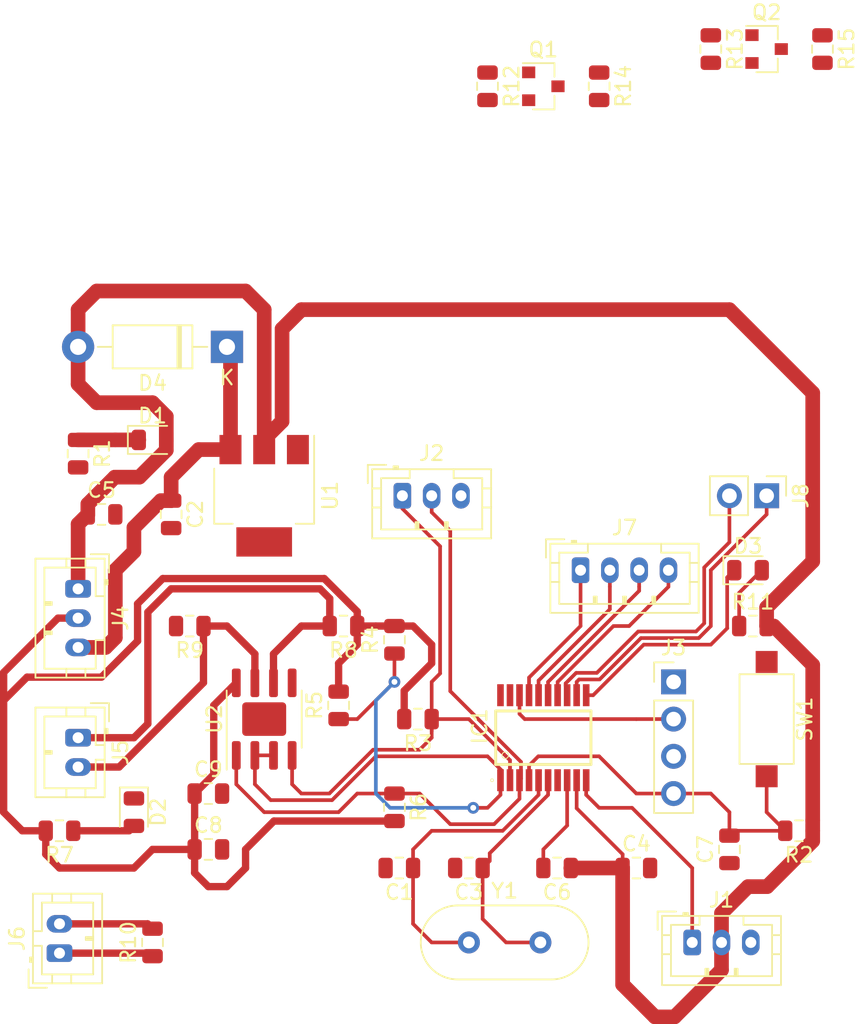
<source format=kicad_pcb>
(kicad_pcb (version 20171130) (host pcbnew "(5.1.5)-3")

  (general
    (thickness 1.6)
    (drawings 0)
    (tracks 265)
    (zones 0)
    (modules 43)
    (nets 34)
  )

  (page A4)
  (title_block
    (title SuperMaceta)
    (rev V1)
  )

  (layers
    (0 F.Cu signal)
    (31 B.Cu signal)
    (32 B.Adhes user)
    (33 F.Adhes user)
    (34 B.Paste user)
    (35 F.Paste user)
    (36 B.SilkS user)
    (37 F.SilkS user)
    (38 B.Mask user)
    (39 F.Mask user)
    (40 Dwgs.User user)
    (41 Cmts.User user)
    (42 Eco1.User user)
    (43 Eco2.User user)
    (44 Edge.Cuts user)
    (45 Margin user)
    (46 B.CrtYd user)
    (47 F.CrtYd user)
    (48 B.Fab user)
    (49 F.Fab user)
  )

  (setup
    (last_trace_width 0.5)
    (user_trace_width 0.5)
    (user_trace_width 1)
    (trace_clearance 0.2)
    (zone_clearance 0.508)
    (zone_45_only no)
    (trace_min 0.2)
    (via_size 0.8)
    (via_drill 0.4)
    (via_min_size 0.4)
    (via_min_drill 0.3)
    (uvia_size 0.3)
    (uvia_drill 0.1)
    (uvias_allowed no)
    (uvia_min_size 0.2)
    (uvia_min_drill 0.1)
    (edge_width 0.05)
    (segment_width 0.2)
    (pcb_text_width 0.3)
    (pcb_text_size 1.5 1.5)
    (mod_edge_width 0.12)
    (mod_text_size 1 1)
    (mod_text_width 0.15)
    (pad_size 1.524 1.524)
    (pad_drill 0.762)
    (pad_to_mask_clearance 0.051)
    (solder_mask_min_width 0.25)
    (aux_axis_origin 0 0)
    (visible_elements 7FFFF7FF)
    (pcbplotparams
      (layerselection 0x010fc_ffffffff)
      (usegerberextensions false)
      (usegerberattributes false)
      (usegerberadvancedattributes false)
      (creategerberjobfile false)
      (excludeedgelayer true)
      (linewidth 0.100000)
      (plotframeref false)
      (viasonmask false)
      (mode 1)
      (useauxorigin false)
      (hpglpennumber 1)
      (hpglpenspeed 20)
      (hpglpendiameter 15.000000)
      (psnegative false)
      (psa4output false)
      (plotreference true)
      (plotvalue true)
      (plotinvisibletext false)
      (padsonsilk false)
      (subtractmaskfromsilk false)
      (outputformat 1)
      (mirror false)
      (drillshape 1)
      (scaleselection 1)
      (outputdirectory ""))
  )

  (net 0 "")
  (net 1 5VGND)
  (net 2 OSCIN)
  (net 3 5V)
  (net 4 OSCOUT)
  (net 5 3V3)
  (net 6 "Net-(C6-Pad2)")
  (net 7 NRST)
  (net 8 VCC_485)
  (net 9 "Net-(D1-Pad1)")
  (net 10 "Net-(D2-Pad2)")
  (net 11 U_TX)
  (net 12 U_RX)
  (net 13 PA3)
  (net 14 RS485_DIR)
  (net 15 SPI_CS)
  (net 16 SPI_CLK)
  (net 17 MOSI)
  (net 18 MISO)
  (net 19 SWIM)
  (net 20 PD2)
  (net 21 PD3)
  (net 22 "Net-(J5-Pad1)")
  (net 23 "Net-(J5-Pad2)")
  (net 24 "Net-(J6-Pad2)")
  (net 25 "Net-(J6-Pad1)")
  (net 26 LED_CHECK)
  (net 27 "Net-(D3-Pad2)")
  (net 28 SIN_USO_2)
  (net 29 SIN_USO_1)
  (net 30 RX_H)
  (net 31 RX_L)
  (net 32 TX_L)
  (net 33 TX_H)

  (net_class Default "Esta es la clase de red por defecto."
    (clearance 0.2)
    (trace_width 0.25)
    (via_dia 0.8)
    (via_drill 0.4)
    (uvia_dia 0.3)
    (uvia_drill 0.1)
    (add_net 3V3)
    (add_net 5V)
    (add_net 5VGND)
    (add_net LED_CHECK)
    (add_net MISO)
    (add_net MOSI)
    (add_net NRST)
    (add_net "Net-(C6-Pad2)")
    (add_net "Net-(D1-Pad1)")
    (add_net "Net-(D2-Pad2)")
    (add_net "Net-(D3-Pad2)")
    (add_net "Net-(J5-Pad1)")
    (add_net "Net-(J5-Pad2)")
    (add_net "Net-(J6-Pad1)")
    (add_net "Net-(J6-Pad2)")
    (add_net OSCIN)
    (add_net OSCOUT)
    (add_net PA3)
    (add_net PD2)
    (add_net PD3)
    (add_net RS485_DIR)
    (add_net RX_H)
    (add_net RX_L)
    (add_net SIN_USO_1)
    (add_net SIN_USO_2)
    (add_net SPI_CLK)
    (add_net SPI_CS)
    (add_net SWIM)
    (add_net TX_H)
    (add_net TX_L)
    (add_net U_RX)
    (add_net U_TX)
    (add_net VCC_485)
  )

  (module Capacitor_SMD:C_0805_2012Metric (layer F.Cu) (tedit 5B36C52B) (tstamp 616478DA)
    (at 136.8275 109.22 180)
    (descr "Capacitor SMD 0805 (2012 Metric), square (rectangular) end terminal, IPC_7351 nominal, (Body size source: https://docs.google.com/spreadsheets/d/1BsfQQcO9C6DZCsRaXUlFlo91Tg2WpOkGARC1WS5S8t0/edit?usp=sharing), generated with kicad-footprint-generator")
    (tags capacitor)
    (path /6164A087)
    (attr smd)
    (fp_text reference C6 (at 0 -1.65) (layer F.SilkS)
      (effects (font (size 1 1) (thickness 0.15)))
    )
    (fp_text value 1uF (at 0 1.65) (layer F.Fab)
      (effects (font (size 1 1) (thickness 0.15)))
    )
    (fp_line (start -1 0.6) (end -1 -0.6) (layer F.Fab) (width 0.1))
    (fp_line (start -1 -0.6) (end 1 -0.6) (layer F.Fab) (width 0.1))
    (fp_line (start 1 -0.6) (end 1 0.6) (layer F.Fab) (width 0.1))
    (fp_line (start 1 0.6) (end -1 0.6) (layer F.Fab) (width 0.1))
    (fp_line (start -0.258578 -0.71) (end 0.258578 -0.71) (layer F.SilkS) (width 0.12))
    (fp_line (start -0.258578 0.71) (end 0.258578 0.71) (layer F.SilkS) (width 0.12))
    (fp_line (start -1.68 0.95) (end -1.68 -0.95) (layer F.CrtYd) (width 0.05))
    (fp_line (start -1.68 -0.95) (end 1.68 -0.95) (layer F.CrtYd) (width 0.05))
    (fp_line (start 1.68 -0.95) (end 1.68 0.95) (layer F.CrtYd) (width 0.05))
    (fp_line (start 1.68 0.95) (end -1.68 0.95) (layer F.CrtYd) (width 0.05))
    (fp_text user %R (at 0 0) (layer F.Fab)
      (effects (font (size 0.5 0.5) (thickness 0.08)))
    )
    (pad 1 smd roundrect (at -0.9375 0 180) (size 0.975 1.4) (layers F.Cu F.Paste F.Mask) (roundrect_rratio 0.25)
      (net 5 3V3))
    (pad 2 smd roundrect (at 0.9375 0 180) (size 0.975 1.4) (layers F.Cu F.Paste F.Mask) (roundrect_rratio 0.25)
      (net 6 "Net-(C6-Pad2)"))
    (model ${KISYS3DMOD}/Capacitor_SMD.3dshapes/C_0805_2012Metric.wrl
      (at (xyz 0 0 0))
      (scale (xyz 1 1 1))
      (rotate (xyz 0 0 0))
    )
  )

  (module Resistor_SMD:R_0805_2012Metric (layer F.Cu) (tedit 5B36C52B) (tstamp 61647A95)
    (at 122.2525 92.71 180)
    (descr "Resistor SMD 0805 (2012 Metric), square (rectangular) end terminal, IPC_7351 nominal, (Body size source: https://docs.google.com/spreadsheets/d/1BsfQQcO9C6DZCsRaXUlFlo91Tg2WpOkGARC1WS5S8t0/edit?usp=sharing), generated with kicad-footprint-generator")
    (tags resistor)
    (path /616A8949)
    (attr smd)
    (fp_text reference R8 (at 0 -1.65) (layer F.SilkS)
      (effects (font (size 1 1) (thickness 0.15)))
    )
    (fp_text value 20K (at 0 1.65) (layer F.Fab)
      (effects (font (size 1 1) (thickness 0.15)))
    )
    (fp_line (start -1 0.6) (end -1 -0.6) (layer F.Fab) (width 0.1))
    (fp_line (start -1 -0.6) (end 1 -0.6) (layer F.Fab) (width 0.1))
    (fp_line (start 1 -0.6) (end 1 0.6) (layer F.Fab) (width 0.1))
    (fp_line (start 1 0.6) (end -1 0.6) (layer F.Fab) (width 0.1))
    (fp_line (start -0.258578 -0.71) (end 0.258578 -0.71) (layer F.SilkS) (width 0.12))
    (fp_line (start -0.258578 0.71) (end 0.258578 0.71) (layer F.SilkS) (width 0.12))
    (fp_line (start -1.68 0.95) (end -1.68 -0.95) (layer F.CrtYd) (width 0.05))
    (fp_line (start -1.68 -0.95) (end 1.68 -0.95) (layer F.CrtYd) (width 0.05))
    (fp_line (start 1.68 -0.95) (end 1.68 0.95) (layer F.CrtYd) (width 0.05))
    (fp_line (start 1.68 0.95) (end -1.68 0.95) (layer F.CrtYd) (width 0.05))
    (fp_text user %R (at 0 0) (layer F.Fab)
      (effects (font (size 0.5 0.5) (thickness 0.08)))
    )
    (pad 1 smd roundrect (at -0.9375 0 180) (size 0.975 1.4) (layers F.Cu F.Paste F.Mask) (roundrect_rratio 0.25)
      (net 8 VCC_485))
    (pad 2 smd roundrect (at 0.9375 0 180) (size 0.975 1.4) (layers F.Cu F.Paste F.Mask) (roundrect_rratio 0.25)
      (net 22 "Net-(J5-Pad1)"))
    (model ${KISYS3DMOD}/Resistor_SMD.3dshapes/R_0805_2012Metric.wrl
      (at (xyz 0 0 0))
      (scale (xyz 1 1 1))
      (rotate (xyz 0 0 0))
    )
  )

  (module Resistor_SMD:R_0805_2012Metric (layer F.Cu) (tedit 5B36C52B) (tstamp 61647A62)
    (at 121.92 98.1225 90)
    (descr "Resistor SMD 0805 (2012 Metric), square (rectangular) end terminal, IPC_7351 nominal, (Body size source: https://docs.google.com/spreadsheets/d/1BsfQQcO9C6DZCsRaXUlFlo91Tg2WpOkGARC1WS5S8t0/edit?usp=sharing), generated with kicad-footprint-generator")
    (tags resistor)
    (path /616F72D6)
    (attr smd)
    (fp_text reference R5 (at 0 -1.65 90) (layer F.SilkS)
      (effects (font (size 1 1) (thickness 0.15)))
    )
    (fp_text value 10K (at 0 1.65 90) (layer F.Fab)
      (effects (font (size 1 1) (thickness 0.15)))
    )
    (fp_line (start -1 0.6) (end -1 -0.6) (layer F.Fab) (width 0.1))
    (fp_line (start -1 -0.6) (end 1 -0.6) (layer F.Fab) (width 0.1))
    (fp_line (start 1 -0.6) (end 1 0.6) (layer F.Fab) (width 0.1))
    (fp_line (start 1 0.6) (end -1 0.6) (layer F.Fab) (width 0.1))
    (fp_line (start -0.258578 -0.71) (end 0.258578 -0.71) (layer F.SilkS) (width 0.12))
    (fp_line (start -0.258578 0.71) (end 0.258578 0.71) (layer F.SilkS) (width 0.12))
    (fp_line (start -1.68 0.95) (end -1.68 -0.95) (layer F.CrtYd) (width 0.05))
    (fp_line (start -1.68 -0.95) (end 1.68 -0.95) (layer F.CrtYd) (width 0.05))
    (fp_line (start 1.68 -0.95) (end 1.68 0.95) (layer F.CrtYd) (width 0.05))
    (fp_line (start 1.68 0.95) (end -1.68 0.95) (layer F.CrtYd) (width 0.05))
    (fp_text user %R (at 0 0 90) (layer F.Fab)
      (effects (font (size 0.5 0.5) (thickness 0.08)))
    )
    (pad 1 smd roundrect (at -0.9375 0 90) (size 0.975 1.4) (layers F.Cu F.Paste F.Mask) (roundrect_rratio 0.25)
      (net 14 RS485_DIR))
    (pad 2 smd roundrect (at 0.9375 0 90) (size 0.975 1.4) (layers F.Cu F.Paste F.Mask) (roundrect_rratio 0.25)
      (net 8 VCC_485))
    (model ${KISYS3DMOD}/Resistor_SMD.3dshapes/R_0805_2012Metric.wrl
      (at (xyz 0 0 0))
      (scale (xyz 1 1 1))
      (rotate (xyz 0 0 0))
    )
  )

  (module Resistor_SMD:R_0805_2012Metric (layer F.Cu) (tedit 5B36C52B) (tstamp 61647A73)
    (at 125.73 105.0775 270)
    (descr "Resistor SMD 0805 (2012 Metric), square (rectangular) end terminal, IPC_7351 nominal, (Body size source: https://docs.google.com/spreadsheets/d/1BsfQQcO9C6DZCsRaXUlFlo91Tg2WpOkGARC1WS5S8t0/edit?usp=sharing), generated with kicad-footprint-generator")
    (tags resistor)
    (path /616F7F9C)
    (attr smd)
    (fp_text reference R6 (at 0 -1.65 90) (layer F.SilkS)
      (effects (font (size 1 1) (thickness 0.15)))
    )
    (fp_text value 10K (at 0 1.65 90) (layer F.Fab)
      (effects (font (size 1 1) (thickness 0.15)))
    )
    (fp_text user %R (at 0 0 90) (layer F.Fab)
      (effects (font (size 0.5 0.5) (thickness 0.08)))
    )
    (fp_line (start 1.68 0.95) (end -1.68 0.95) (layer F.CrtYd) (width 0.05))
    (fp_line (start 1.68 -0.95) (end 1.68 0.95) (layer F.CrtYd) (width 0.05))
    (fp_line (start -1.68 -0.95) (end 1.68 -0.95) (layer F.CrtYd) (width 0.05))
    (fp_line (start -1.68 0.95) (end -1.68 -0.95) (layer F.CrtYd) (width 0.05))
    (fp_line (start -0.258578 0.71) (end 0.258578 0.71) (layer F.SilkS) (width 0.12))
    (fp_line (start -0.258578 -0.71) (end 0.258578 -0.71) (layer F.SilkS) (width 0.12))
    (fp_line (start 1 0.6) (end -1 0.6) (layer F.Fab) (width 0.1))
    (fp_line (start 1 -0.6) (end 1 0.6) (layer F.Fab) (width 0.1))
    (fp_line (start -1 -0.6) (end 1 -0.6) (layer F.Fab) (width 0.1))
    (fp_line (start -1 0.6) (end -1 -0.6) (layer F.Fab) (width 0.1))
    (pad 2 smd roundrect (at 0.9375 0 270) (size 0.975 1.4) (layers F.Cu F.Paste F.Mask) (roundrect_rratio 0.25)
      (net 8 VCC_485))
    (pad 1 smd roundrect (at -0.9375 0 270) (size 0.975 1.4) (layers F.Cu F.Paste F.Mask) (roundrect_rratio 0.25)
      (net 12 U_RX))
    (model ${KISYS3DMOD}/Resistor_SMD.3dshapes/R_0805_2012Metric.wrl
      (at (xyz 0 0 0))
      (scale (xyz 1 1 1))
      (rotate (xyz 0 0 0))
    )
  )

  (module Package_SO:SOIC-8-1EP_3.9x4.9mm_P1.27mm_EP2.29x3mm (layer F.Cu) (tedit 5C56E16F) (tstamp 61647B25)
    (at 116.84 99.06 90)
    (descr "SOIC, 8 Pin (https://www.analog.com/media/en/technical-documentation/data-sheets/ada4898-1_4898-2.pdf#page=29), generated with kicad-footprint-generator ipc_gullwing_generator.py")
    (tags "SOIC SO")
    (path /61662533)
    (attr smd)
    (fp_text reference U2 (at 0 -3.4 90) (layer F.SilkS)
      (effects (font (size 1 1) (thickness 0.15)))
    )
    (fp_text value MAX485E (at 0 3.4 90) (layer F.Fab)
      (effects (font (size 1 1) (thickness 0.15)))
    )
    (fp_line (start 0 2.56) (end 1.95 2.56) (layer F.SilkS) (width 0.12))
    (fp_line (start 0 2.56) (end -1.95 2.56) (layer F.SilkS) (width 0.12))
    (fp_line (start 0 -2.56) (end 1.95 -2.56) (layer F.SilkS) (width 0.12))
    (fp_line (start 0 -2.56) (end -3.45 -2.56) (layer F.SilkS) (width 0.12))
    (fp_line (start -0.975 -2.45) (end 1.95 -2.45) (layer F.Fab) (width 0.1))
    (fp_line (start 1.95 -2.45) (end 1.95 2.45) (layer F.Fab) (width 0.1))
    (fp_line (start 1.95 2.45) (end -1.95 2.45) (layer F.Fab) (width 0.1))
    (fp_line (start -1.95 2.45) (end -1.95 -1.475) (layer F.Fab) (width 0.1))
    (fp_line (start -1.95 -1.475) (end -0.975 -2.45) (layer F.Fab) (width 0.1))
    (fp_line (start -3.7 -2.7) (end -3.7 2.7) (layer F.CrtYd) (width 0.05))
    (fp_line (start -3.7 2.7) (end 3.7 2.7) (layer F.CrtYd) (width 0.05))
    (fp_line (start 3.7 2.7) (end 3.7 -2.7) (layer F.CrtYd) (width 0.05))
    (fp_line (start 3.7 -2.7) (end -3.7 -2.7) (layer F.CrtYd) (width 0.05))
    (fp_text user %R (at 0 0 90) (layer F.Fab)
      (effects (font (size 0.98 0.98) (thickness 0.15)))
    )
    (pad 9 smd roundrect (at 0 0 90) (size 2.29 3) (layers F.Cu F.Mask) (roundrect_rratio 0.10917))
    (pad "" smd roundrect (at -0.57 -0.75 90) (size 0.92 1.21) (layers F.Paste) (roundrect_rratio 0.25))
    (pad "" smd roundrect (at -0.57 0.75 90) (size 0.92 1.21) (layers F.Paste) (roundrect_rratio 0.25))
    (pad "" smd roundrect (at 0.57 -0.75 90) (size 0.92 1.21) (layers F.Paste) (roundrect_rratio 0.25))
    (pad "" smd roundrect (at 0.57 0.75 90) (size 0.92 1.21) (layers F.Paste) (roundrect_rratio 0.25))
    (pad 1 smd roundrect (at -2.475 -1.905 90) (size 1.95 0.6) (layers F.Cu F.Paste F.Mask) (roundrect_rratio 0.25)
      (net 12 U_RX))
    (pad 2 smd roundrect (at -2.475 -0.635 90) (size 1.95 0.6) (layers F.Cu F.Paste F.Mask) (roundrect_rratio 0.25)
      (net 14 RS485_DIR))
    (pad 3 smd roundrect (at -2.475 0.635 90) (size 1.95 0.6) (layers F.Cu F.Paste F.Mask) (roundrect_rratio 0.25)
      (net 14 RS485_DIR))
    (pad 4 smd roundrect (at -2.475 1.905 90) (size 1.95 0.6) (layers F.Cu F.Paste F.Mask) (roundrect_rratio 0.25)
      (net 11 U_TX))
    (pad 5 smd roundrect (at 2.475 1.905 90) (size 1.95 0.6) (layers F.Cu F.Paste F.Mask) (roundrect_rratio 0.25)
      (net 1 5VGND))
    (pad 6 smd roundrect (at 2.475 0.635 90) (size 1.95 0.6) (layers F.Cu F.Paste F.Mask) (roundrect_rratio 0.25)
      (net 22 "Net-(J5-Pad1)"))
    (pad 7 smd roundrect (at 2.475 -0.635 90) (size 1.95 0.6) (layers F.Cu F.Paste F.Mask) (roundrect_rratio 0.25)
      (net 23 "Net-(J5-Pad2)"))
    (pad 8 smd roundrect (at 2.475 -1.905 90) (size 1.95 0.6) (layers F.Cu F.Paste F.Mask) (roundrect_rratio 0.25)
      (net 8 VCC_485))
    (model ${KISYS3DMOD}/Package_SO.3dshapes/SOIC-8-1EP_3.9x4.9mm_P1.27mm_EP2.29x3mm.wrl
      (at (xyz 0 0 0))
      (scale (xyz 1 1 1))
      (rotate (xyz 0 0 0))
    )
  )

  (module Resistor_SMD:R_0805_2012Metric (layer F.Cu) (tedit 5B36C52B) (tstamp 61647A51)
    (at 125.73 93.6475 90)
    (descr "Resistor SMD 0805 (2012 Metric), square (rectangular) end terminal, IPC_7351 nominal, (Body size source: https://docs.google.com/spreadsheets/d/1BsfQQcO9C6DZCsRaXUlFlo91Tg2WpOkGARC1WS5S8t0/edit?usp=sharing), generated with kicad-footprint-generator")
    (tags resistor)
    (path /616F6762)
    (attr smd)
    (fp_text reference R4 (at 0 -1.65 90) (layer F.SilkS)
      (effects (font (size 1 1) (thickness 0.15)))
    )
    (fp_text value 10K (at 0 1.65 90) (layer F.Fab)
      (effects (font (size 1 1) (thickness 0.15)))
    )
    (fp_line (start -1 0.6) (end -1 -0.6) (layer F.Fab) (width 0.1))
    (fp_line (start -1 -0.6) (end 1 -0.6) (layer F.Fab) (width 0.1))
    (fp_line (start 1 -0.6) (end 1 0.6) (layer F.Fab) (width 0.1))
    (fp_line (start 1 0.6) (end -1 0.6) (layer F.Fab) (width 0.1))
    (fp_line (start -0.258578 -0.71) (end 0.258578 -0.71) (layer F.SilkS) (width 0.12))
    (fp_line (start -0.258578 0.71) (end 0.258578 0.71) (layer F.SilkS) (width 0.12))
    (fp_line (start -1.68 0.95) (end -1.68 -0.95) (layer F.CrtYd) (width 0.05))
    (fp_line (start -1.68 -0.95) (end 1.68 -0.95) (layer F.CrtYd) (width 0.05))
    (fp_line (start 1.68 -0.95) (end 1.68 0.95) (layer F.CrtYd) (width 0.05))
    (fp_line (start 1.68 0.95) (end -1.68 0.95) (layer F.CrtYd) (width 0.05))
    (fp_text user %R (at 0 0 90) (layer F.Fab)
      (effects (font (size 0.5 0.5) (thickness 0.08)))
    )
    (pad 1 smd roundrect (at -0.9375 0 90) (size 0.975 1.4) (layers F.Cu F.Paste F.Mask) (roundrect_rratio 0.25)
      (net 14 RS485_DIR))
    (pad 2 smd roundrect (at 0.9375 0 90) (size 0.975 1.4) (layers F.Cu F.Paste F.Mask) (roundrect_rratio 0.25)
      (net 8 VCC_485))
    (model ${KISYS3DMOD}/Resistor_SMD.3dshapes/R_0805_2012Metric.wrl
      (at (xyz 0 0 0))
      (scale (xyz 1 1 1))
      (rotate (xyz 0 0 0))
    )
  )

  (module Capacitor_SMD:C_0805_2012Metric (layer F.Cu) (tedit 5B36C52B) (tstamp 6164790D)
    (at 113.03 104.14)
    (descr "Capacitor SMD 0805 (2012 Metric), square (rectangular) end terminal, IPC_7351 nominal, (Body size source: https://docs.google.com/spreadsheets/d/1BsfQQcO9C6DZCsRaXUlFlo91Tg2WpOkGARC1WS5S8t0/edit?usp=sharing), generated with kicad-footprint-generator")
    (tags capacitor)
    (path /617AC1F8)
    (attr smd)
    (fp_text reference C9 (at 0 -1.65) (layer F.SilkS)
      (effects (font (size 1 1) (thickness 0.15)))
    )
    (fp_text value 0.1uF (at 0 1.65) (layer F.Fab)
      (effects (font (size 1 1) (thickness 0.15)))
    )
    (fp_line (start -1 0.6) (end -1 -0.6) (layer F.Fab) (width 0.1))
    (fp_line (start -1 -0.6) (end 1 -0.6) (layer F.Fab) (width 0.1))
    (fp_line (start 1 -0.6) (end 1 0.6) (layer F.Fab) (width 0.1))
    (fp_line (start 1 0.6) (end -1 0.6) (layer F.Fab) (width 0.1))
    (fp_line (start -0.258578 -0.71) (end 0.258578 -0.71) (layer F.SilkS) (width 0.12))
    (fp_line (start -0.258578 0.71) (end 0.258578 0.71) (layer F.SilkS) (width 0.12))
    (fp_line (start -1.68 0.95) (end -1.68 -0.95) (layer F.CrtYd) (width 0.05))
    (fp_line (start -1.68 -0.95) (end 1.68 -0.95) (layer F.CrtYd) (width 0.05))
    (fp_line (start 1.68 -0.95) (end 1.68 0.95) (layer F.CrtYd) (width 0.05))
    (fp_line (start 1.68 0.95) (end -1.68 0.95) (layer F.CrtYd) (width 0.05))
    (fp_text user %R (at 0 0) (layer F.Fab)
      (effects (font (size 0.5 0.5) (thickness 0.08)))
    )
    (pad 1 smd roundrect (at -0.9375 0) (size 0.975 1.4) (layers F.Cu F.Paste F.Mask) (roundrect_rratio 0.25)
      (net 8 VCC_485))
    (pad 2 smd roundrect (at 0.9375 0) (size 0.975 1.4) (layers F.Cu F.Paste F.Mask) (roundrect_rratio 0.25)
      (net 1 5VGND))
    (model ${KISYS3DMOD}/Capacitor_SMD.3dshapes/C_0805_2012Metric.wrl
      (at (xyz 0 0 0))
      (scale (xyz 1 1 1))
      (rotate (xyz 0 0 0))
    )
  )

  (module Resistor_SMD:R_0805_2012Metric (layer F.Cu) (tedit 5B36C52B) (tstamp 61647A40)
    (at 127.3325 99.06 180)
    (descr "Resistor SMD 0805 (2012 Metric), square (rectangular) end terminal, IPC_7351 nominal, (Body size source: https://docs.google.com/spreadsheets/d/1BsfQQcO9C6DZCsRaXUlFlo91Tg2WpOkGARC1WS5S8t0/edit?usp=sharing), generated with kicad-footprint-generator")
    (tags resistor)
    (path /616F59F3)
    (attr smd)
    (fp_text reference R3 (at 0 -1.65) (layer F.SilkS)
      (effects (font (size 1 1) (thickness 0.15)))
    )
    (fp_text value 10K (at 0 1.65) (layer F.Fab)
      (effects (font (size 1 1) (thickness 0.15)))
    )
    (fp_text user %R (at 0 0) (layer F.Fab)
      (effects (font (size 0.5 0.5) (thickness 0.08)))
    )
    (fp_line (start 1.68 0.95) (end -1.68 0.95) (layer F.CrtYd) (width 0.05))
    (fp_line (start 1.68 -0.95) (end 1.68 0.95) (layer F.CrtYd) (width 0.05))
    (fp_line (start -1.68 -0.95) (end 1.68 -0.95) (layer F.CrtYd) (width 0.05))
    (fp_line (start -1.68 0.95) (end -1.68 -0.95) (layer F.CrtYd) (width 0.05))
    (fp_line (start -0.258578 0.71) (end 0.258578 0.71) (layer F.SilkS) (width 0.12))
    (fp_line (start -0.258578 -0.71) (end 0.258578 -0.71) (layer F.SilkS) (width 0.12))
    (fp_line (start 1 0.6) (end -1 0.6) (layer F.Fab) (width 0.1))
    (fp_line (start 1 -0.6) (end 1 0.6) (layer F.Fab) (width 0.1))
    (fp_line (start -1 -0.6) (end 1 -0.6) (layer F.Fab) (width 0.1))
    (fp_line (start -1 0.6) (end -1 -0.6) (layer F.Fab) (width 0.1))
    (pad 2 smd roundrect (at 0.9375 0 180) (size 0.975 1.4) (layers F.Cu F.Paste F.Mask) (roundrect_rratio 0.25)
      (net 8 VCC_485))
    (pad 1 smd roundrect (at -0.9375 0 180) (size 0.975 1.4) (layers F.Cu F.Paste F.Mask) (roundrect_rratio 0.25)
      (net 11 U_TX))
    (model ${KISYS3DMOD}/Resistor_SMD.3dshapes/R_0805_2012Metric.wrl
      (at (xyz 0 0 0))
      (scale (xyz 1 1 1))
      (rotate (xyz 0 0 0))
    )
  )

  (module Capacitor_SMD:C_0805_2012Metric (layer F.Cu) (tedit 5B36C52B) (tstamp 616478C9)
    (at 105.7425 85.09)
    (descr "Capacitor SMD 0805 (2012 Metric), square (rectangular) end terminal, IPC_7351 nominal, (Body size source: https://docs.google.com/spreadsheets/d/1BsfQQcO9C6DZCsRaXUlFlo91Tg2WpOkGARC1WS5S8t0/edit?usp=sharing), generated with kicad-footprint-generator")
    (tags capacitor)
    (path /6163085C)
    (attr smd)
    (fp_text reference C5 (at 0 -1.65) (layer F.SilkS)
      (effects (font (size 1 1) (thickness 0.15)))
    )
    (fp_text value 10uF (at 0 1.65) (layer F.Fab)
      (effects (font (size 1 1) (thickness 0.15)))
    )
    (fp_text user %R (at 0 0 270) (layer F.Fab)
      (effects (font (size 0.5 0.5) (thickness 0.08)))
    )
    (fp_line (start 1.68 0.95) (end -1.68 0.95) (layer F.CrtYd) (width 0.05))
    (fp_line (start 1.68 -0.95) (end 1.68 0.95) (layer F.CrtYd) (width 0.05))
    (fp_line (start -1.68 -0.95) (end 1.68 -0.95) (layer F.CrtYd) (width 0.05))
    (fp_line (start -1.68 0.95) (end -1.68 -0.95) (layer F.CrtYd) (width 0.05))
    (fp_line (start -0.258578 0.71) (end 0.258578 0.71) (layer F.SilkS) (width 0.12))
    (fp_line (start -0.258578 -0.71) (end 0.258578 -0.71) (layer F.SilkS) (width 0.12))
    (fp_line (start 1 0.6) (end -1 0.6) (layer F.Fab) (width 0.1))
    (fp_line (start 1 -0.6) (end 1 0.6) (layer F.Fab) (width 0.1))
    (fp_line (start -1 -0.6) (end 1 -0.6) (layer F.Fab) (width 0.1))
    (fp_line (start -1 0.6) (end -1 -0.6) (layer F.Fab) (width 0.1))
    (pad 2 smd roundrect (at 0.9375 0) (size 0.975 1.4) (layers F.Cu F.Paste F.Mask) (roundrect_rratio 0.25)
      (net 1 5VGND))
    (pad 1 smd roundrect (at -0.9375 0) (size 0.975 1.4) (layers F.Cu F.Paste F.Mask) (roundrect_rratio 0.25)
      (net 5 3V3))
    (model ${KISYS3DMOD}/Capacitor_SMD.3dshapes/C_0805_2012Metric.wrl
      (at (xyz 0 0 0))
      (scale (xyz 1 1 1))
      (rotate (xyz 0 0 0))
    )
  )

  (module LED_SMD:LED_0805_2012Metric (layer F.Cu) (tedit 5B36C52C) (tstamp 61647920)
    (at 109.22 80.01)
    (descr "LED SMD 0805 (2012 Metric), square (rectangular) end terminal, IPC_7351 nominal, (Body size source: https://docs.google.com/spreadsheets/d/1BsfQQcO9C6DZCsRaXUlFlo91Tg2WpOkGARC1WS5S8t0/edit?usp=sharing), generated with kicad-footprint-generator")
    (tags diode)
    (path /6168C870)
    (attr smd)
    (fp_text reference D1 (at 0 -1.65) (layer F.SilkS)
      (effects (font (size 1 1) (thickness 0.15)))
    )
    (fp_text value GREEN (at 0 1.65) (layer F.Fab)
      (effects (font (size 1 1) (thickness 0.15)))
    )
    (fp_line (start 1 -0.6) (end -0.7 -0.6) (layer F.Fab) (width 0.1))
    (fp_line (start -0.7 -0.6) (end -1 -0.3) (layer F.Fab) (width 0.1))
    (fp_line (start -1 -0.3) (end -1 0.6) (layer F.Fab) (width 0.1))
    (fp_line (start -1 0.6) (end 1 0.6) (layer F.Fab) (width 0.1))
    (fp_line (start 1 0.6) (end 1 -0.6) (layer F.Fab) (width 0.1))
    (fp_line (start 1 -0.96) (end -1.685 -0.96) (layer F.SilkS) (width 0.12))
    (fp_line (start -1.685 -0.96) (end -1.685 0.96) (layer F.SilkS) (width 0.12))
    (fp_line (start -1.685 0.96) (end 1 0.96) (layer F.SilkS) (width 0.12))
    (fp_line (start -1.68 0.95) (end -1.68 -0.95) (layer F.CrtYd) (width 0.05))
    (fp_line (start -1.68 -0.95) (end 1.68 -0.95) (layer F.CrtYd) (width 0.05))
    (fp_line (start 1.68 -0.95) (end 1.68 0.95) (layer F.CrtYd) (width 0.05))
    (fp_line (start 1.68 0.95) (end -1.68 0.95) (layer F.CrtYd) (width 0.05))
    (fp_text user %R (at 0 0) (layer F.Fab)
      (effects (font (size 0.5 0.5) (thickness 0.08)))
    )
    (pad 1 smd roundrect (at -0.9375 0) (size 0.975 1.4) (layers F.Cu F.Paste F.Mask) (roundrect_rratio 0.25)
      (net 9 "Net-(D1-Pad1)"))
    (pad 2 smd roundrect (at 0.9375 0) (size 0.975 1.4) (layers F.Cu F.Paste F.Mask) (roundrect_rratio 0.25)
      (net 5 3V3))
    (model ${KISYS3DMOD}/LED_SMD.3dshapes/LED_0805_2012Metric.wrl
      (at (xyz 0 0 0))
      (scale (xyz 1 1 1))
      (rotate (xyz 0 0 0))
    )
  )

  (module Resistor_SMD:R_0805_2012Metric (layer F.Cu) (tedit 5B36C52B) (tstamp 61647A1E)
    (at 104.14 80.9475 270)
    (descr "Resistor SMD 0805 (2012 Metric), square (rectangular) end terminal, IPC_7351 nominal, (Body size source: https://docs.google.com/spreadsheets/d/1BsfQQcO9C6DZCsRaXUlFlo91Tg2WpOkGARC1WS5S8t0/edit?usp=sharing), generated with kicad-footprint-generator")
    (tags resistor)
    (path /6169050C)
    (attr smd)
    (fp_text reference R1 (at 0 -1.65 90) (layer F.SilkS)
      (effects (font (size 1 1) (thickness 0.15)))
    )
    (fp_text value 100 (at 0 1.65 90) (layer F.Fab)
      (effects (font (size 1 1) (thickness 0.15)))
    )
    (fp_line (start -1 0.6) (end -1 -0.6) (layer F.Fab) (width 0.1))
    (fp_line (start -1 -0.6) (end 1 -0.6) (layer F.Fab) (width 0.1))
    (fp_line (start 1 -0.6) (end 1 0.6) (layer F.Fab) (width 0.1))
    (fp_line (start 1 0.6) (end -1 0.6) (layer F.Fab) (width 0.1))
    (fp_line (start -0.258578 -0.71) (end 0.258578 -0.71) (layer F.SilkS) (width 0.12))
    (fp_line (start -0.258578 0.71) (end 0.258578 0.71) (layer F.SilkS) (width 0.12))
    (fp_line (start -1.68 0.95) (end -1.68 -0.95) (layer F.CrtYd) (width 0.05))
    (fp_line (start -1.68 -0.95) (end 1.68 -0.95) (layer F.CrtYd) (width 0.05))
    (fp_line (start 1.68 -0.95) (end 1.68 0.95) (layer F.CrtYd) (width 0.05))
    (fp_line (start 1.68 0.95) (end -1.68 0.95) (layer F.CrtYd) (width 0.05))
    (fp_text user %R (at 0 0 90) (layer F.Fab)
      (effects (font (size 0.5 0.5) (thickness 0.08)))
    )
    (pad 1 smd roundrect (at -0.9375 0 270) (size 0.975 1.4) (layers F.Cu F.Paste F.Mask) (roundrect_rratio 0.25)
      (net 9 "Net-(D1-Pad1)"))
    (pad 2 smd roundrect (at 0.9375 0 270) (size 0.975 1.4) (layers F.Cu F.Paste F.Mask) (roundrect_rratio 0.25)
      (net 1 5VGND))
    (model ${KISYS3DMOD}/Resistor_SMD.3dshapes/R_0805_2012Metric.wrl
      (at (xyz 0 0 0))
      (scale (xyz 1 1 1))
      (rotate (xyz 0 0 0))
    )
  )

  (module Package_TO_SOT_SMD:SOT-223-3_TabPin2 (layer F.Cu) (tedit 5A02FF57) (tstamp 61647B06)
    (at 116.84 83.82 270)
    (descr "module CMS SOT223 4 pins")
    (tags "CMS SOT")
    (path /6162D038)
    (attr smd)
    (fp_text reference U1 (at 0 -4.5 90) (layer F.SilkS)
      (effects (font (size 1 1) (thickness 0.15)))
    )
    (fp_text value AMS1117 (at 0 4.5 90) (layer F.Fab)
      (effects (font (size 1 1) (thickness 0.15)))
    )
    (fp_text user %R (at 0 0) (layer F.Fab)
      (effects (font (size 0.8 0.8) (thickness 0.12)))
    )
    (fp_line (start 1.91 3.41) (end 1.91 2.15) (layer F.SilkS) (width 0.12))
    (fp_line (start 1.91 -3.41) (end 1.91 -2.15) (layer F.SilkS) (width 0.12))
    (fp_line (start 4.4 -3.6) (end -4.4 -3.6) (layer F.CrtYd) (width 0.05))
    (fp_line (start 4.4 3.6) (end 4.4 -3.6) (layer F.CrtYd) (width 0.05))
    (fp_line (start -4.4 3.6) (end 4.4 3.6) (layer F.CrtYd) (width 0.05))
    (fp_line (start -4.4 -3.6) (end -4.4 3.6) (layer F.CrtYd) (width 0.05))
    (fp_line (start -1.85 -2.35) (end -0.85 -3.35) (layer F.Fab) (width 0.1))
    (fp_line (start -1.85 -2.35) (end -1.85 3.35) (layer F.Fab) (width 0.1))
    (fp_line (start -1.85 3.41) (end 1.91 3.41) (layer F.SilkS) (width 0.12))
    (fp_line (start -0.85 -3.35) (end 1.85 -3.35) (layer F.Fab) (width 0.1))
    (fp_line (start -4.1 -3.41) (end 1.91 -3.41) (layer F.SilkS) (width 0.12))
    (fp_line (start -1.85 3.35) (end 1.85 3.35) (layer F.Fab) (width 0.1))
    (fp_line (start 1.85 -3.35) (end 1.85 3.35) (layer F.Fab) (width 0.1))
    (pad 2 smd rect (at 3.15 0 270) (size 2 3.8) (layers F.Cu F.Paste F.Mask)
      (net 5 3V3))
    (pad 2 smd rect (at -3.15 0 270) (size 2 1.5) (layers F.Cu F.Paste F.Mask)
      (net 5 3V3))
    (pad 3 smd rect (at -3.15 2.3 270) (size 2 1.5) (layers F.Cu F.Paste F.Mask)
      (net 3 5V))
    (pad 1 smd rect (at -3.15 -2.3 270) (size 2 1.5) (layers F.Cu F.Paste F.Mask)
      (net 1 5VGND))
    (model ${KISYS3DMOD}/Package_TO_SOT_SMD.3dshapes/SOT-223.wrl
      (at (xyz 0 0 0))
      (scale (xyz 1 1 1))
      (rotate (xyz 0 0 0))
    )
  )

  (module Capacitor_SMD:C_0805_2012Metric (layer F.Cu) (tedit 5B36C52B) (tstamp 61647896)
    (at 110.49 85.09 270)
    (descr "Capacitor SMD 0805 (2012 Metric), square (rectangular) end terminal, IPC_7351 nominal, (Body size source: https://docs.google.com/spreadsheets/d/1BsfQQcO9C6DZCsRaXUlFlo91Tg2WpOkGARC1WS5S8t0/edit?usp=sharing), generated with kicad-footprint-generator")
    (tags capacitor)
    (path /6162ED29)
    (attr smd)
    (fp_text reference C2 (at 0 -1.65 90) (layer F.SilkS)
      (effects (font (size 1 1) (thickness 0.15)))
    )
    (fp_text value 10uF (at 0 1.65 90) (layer F.Fab)
      (effects (font (size 1 1) (thickness 0.15)))
    )
    (fp_line (start -1 0.6) (end -1 -0.6) (layer F.Fab) (width 0.1))
    (fp_line (start -1 -0.6) (end 1 -0.6) (layer F.Fab) (width 0.1))
    (fp_line (start 1 -0.6) (end 1 0.6) (layer F.Fab) (width 0.1))
    (fp_line (start 1 0.6) (end -1 0.6) (layer F.Fab) (width 0.1))
    (fp_line (start -0.258578 -0.71) (end 0.258578 -0.71) (layer F.SilkS) (width 0.12))
    (fp_line (start -0.258578 0.71) (end 0.258578 0.71) (layer F.SilkS) (width 0.12))
    (fp_line (start -1.68 0.95) (end -1.68 -0.95) (layer F.CrtYd) (width 0.05))
    (fp_line (start -1.68 -0.95) (end 1.68 -0.95) (layer F.CrtYd) (width 0.05))
    (fp_line (start 1.68 -0.95) (end 1.68 0.95) (layer F.CrtYd) (width 0.05))
    (fp_line (start 1.68 0.95) (end -1.68 0.95) (layer F.CrtYd) (width 0.05))
    (fp_text user %R (at 0 0 90) (layer F.Fab)
      (effects (font (size 0.5 0.5) (thickness 0.08)))
    )
    (pad 1 smd roundrect (at -0.9375 0 270) (size 0.975 1.4) (layers F.Cu F.Paste F.Mask) (roundrect_rratio 0.25)
      (net 3 5V))
    (pad 2 smd roundrect (at 0.9375 0 270) (size 0.975 1.4) (layers F.Cu F.Paste F.Mask) (roundrect_rratio 0.25)
      (net 1 5VGND))
    (model ${KISYS3DMOD}/Capacitor_SMD.3dshapes/C_0805_2012Metric.wrl
      (at (xyz 0 0 0))
      (scale (xyz 1 1 1))
      (rotate (xyz 0 0 0))
    )
  )

  (module Capacitor_SMD:C_0805_2012Metric (layer F.Cu) (tedit 5B36C52B) (tstamp 61647885)
    (at 126.0625 109.22 180)
    (descr "Capacitor SMD 0805 (2012 Metric), square (rectangular) end terminal, IPC_7351 nominal, (Body size source: https://docs.google.com/spreadsheets/d/1BsfQQcO9C6DZCsRaXUlFlo91Tg2WpOkGARC1WS5S8t0/edit?usp=sharing), generated with kicad-footprint-generator")
    (tags capacitor)
    (path /61646B6D)
    (attr smd)
    (fp_text reference C1 (at 0 -1.65) (layer F.SilkS)
      (effects (font (size 1 1) (thickness 0.15)))
    )
    (fp_text value 22pF (at 0 1.65) (layer F.Fab)
      (effects (font (size 1 1) (thickness 0.15)))
    )
    (fp_text user %R (at 0 0) (layer F.Fab)
      (effects (font (size 0.5 0.5) (thickness 0.08)))
    )
    (fp_line (start 1.68 0.95) (end -1.68 0.95) (layer F.CrtYd) (width 0.05))
    (fp_line (start 1.68 -0.95) (end 1.68 0.95) (layer F.CrtYd) (width 0.05))
    (fp_line (start -1.68 -0.95) (end 1.68 -0.95) (layer F.CrtYd) (width 0.05))
    (fp_line (start -1.68 0.95) (end -1.68 -0.95) (layer F.CrtYd) (width 0.05))
    (fp_line (start -0.258578 0.71) (end 0.258578 0.71) (layer F.SilkS) (width 0.12))
    (fp_line (start -0.258578 -0.71) (end 0.258578 -0.71) (layer F.SilkS) (width 0.12))
    (fp_line (start 1 0.6) (end -1 0.6) (layer F.Fab) (width 0.1))
    (fp_line (start 1 -0.6) (end 1 0.6) (layer F.Fab) (width 0.1))
    (fp_line (start -1 -0.6) (end 1 -0.6) (layer F.Fab) (width 0.1))
    (fp_line (start -1 0.6) (end -1 -0.6) (layer F.Fab) (width 0.1))
    (pad 2 smd roundrect (at 0.9375 0 180) (size 0.975 1.4) (layers F.Cu F.Paste F.Mask) (roundrect_rratio 0.25)
      (net 1 5VGND))
    (pad 1 smd roundrect (at -0.9375 0 180) (size 0.975 1.4) (layers F.Cu F.Paste F.Mask) (roundrect_rratio 0.25)
      (net 2 OSCIN))
    (model ${KISYS3DMOD}/Capacitor_SMD.3dshapes/C_0805_2012Metric.wrl
      (at (xyz 0 0 0))
      (scale (xyz 1 1 1))
      (rotate (xyz 0 0 0))
    )
  )

  (module Capacitor_SMD:C_0805_2012Metric (layer F.Cu) (tedit 5B36C52B) (tstamp 616478A7)
    (at 130.81 109.22 180)
    (descr "Capacitor SMD 0805 (2012 Metric), square (rectangular) end terminal, IPC_7351 nominal, (Body size source: https://docs.google.com/spreadsheets/d/1BsfQQcO9C6DZCsRaXUlFlo91Tg2WpOkGARC1WS5S8t0/edit?usp=sharing), generated with kicad-footprint-generator")
    (tags capacitor)
    (path /61647C5B)
    (attr smd)
    (fp_text reference C3 (at 0 -1.65) (layer F.SilkS)
      (effects (font (size 1 1) (thickness 0.15)))
    )
    (fp_text value 22pF (at 0 1.65) (layer F.Fab)
      (effects (font (size 1 1) (thickness 0.15)))
    )
    (fp_line (start -1 0.6) (end -1 -0.6) (layer F.Fab) (width 0.1))
    (fp_line (start -1 -0.6) (end 1 -0.6) (layer F.Fab) (width 0.1))
    (fp_line (start 1 -0.6) (end 1 0.6) (layer F.Fab) (width 0.1))
    (fp_line (start 1 0.6) (end -1 0.6) (layer F.Fab) (width 0.1))
    (fp_line (start -0.258578 -0.71) (end 0.258578 -0.71) (layer F.SilkS) (width 0.12))
    (fp_line (start -0.258578 0.71) (end 0.258578 0.71) (layer F.SilkS) (width 0.12))
    (fp_line (start -1.68 0.95) (end -1.68 -0.95) (layer F.CrtYd) (width 0.05))
    (fp_line (start -1.68 -0.95) (end 1.68 -0.95) (layer F.CrtYd) (width 0.05))
    (fp_line (start 1.68 -0.95) (end 1.68 0.95) (layer F.CrtYd) (width 0.05))
    (fp_line (start 1.68 0.95) (end -1.68 0.95) (layer F.CrtYd) (width 0.05))
    (fp_text user %R (at 0 0) (layer F.Fab)
      (effects (font (size 0.5 0.5) (thickness 0.08)))
    )
    (pad 1 smd roundrect (at -0.9375 0 180) (size 0.975 1.4) (layers F.Cu F.Paste F.Mask) (roundrect_rratio 0.25)
      (net 4 OSCOUT))
    (pad 2 smd roundrect (at 0.9375 0 180) (size 0.975 1.4) (layers F.Cu F.Paste F.Mask) (roundrect_rratio 0.25)
      (net 1 5VGND))
    (model ${KISYS3DMOD}/Capacitor_SMD.3dshapes/C_0805_2012Metric.wrl
      (at (xyz 0 0 0))
      (scale (xyz 1 1 1))
      (rotate (xyz 0 0 0))
    )
  )

  (module Capacitor_SMD:C_0805_2012Metric (layer F.Cu) (tedit 5B36C52B) (tstamp 616478B8)
    (at 142.24 109.22)
    (descr "Capacitor SMD 0805 (2012 Metric), square (rectangular) end terminal, IPC_7351 nominal, (Body size source: https://docs.google.com/spreadsheets/d/1BsfQQcO9C6DZCsRaXUlFlo91Tg2WpOkGARC1WS5S8t0/edit?usp=sharing), generated with kicad-footprint-generator")
    (tags capacitor)
    (path /61635B8C)
    (attr smd)
    (fp_text reference C4 (at 0 -1.65) (layer F.SilkS)
      (effects (font (size 1 1) (thickness 0.15)))
    )
    (fp_text value 100nF (at 0 1.65) (layer F.Fab)
      (effects (font (size 1 1) (thickness 0.15)))
    )
    (fp_line (start -1 0.6) (end -1 -0.6) (layer F.Fab) (width 0.1))
    (fp_line (start -1 -0.6) (end 1 -0.6) (layer F.Fab) (width 0.1))
    (fp_line (start 1 -0.6) (end 1 0.6) (layer F.Fab) (width 0.1))
    (fp_line (start 1 0.6) (end -1 0.6) (layer F.Fab) (width 0.1))
    (fp_line (start -0.258578 -0.71) (end 0.258578 -0.71) (layer F.SilkS) (width 0.12))
    (fp_line (start -0.258578 0.71) (end 0.258578 0.71) (layer F.SilkS) (width 0.12))
    (fp_line (start -1.68 0.95) (end -1.68 -0.95) (layer F.CrtYd) (width 0.05))
    (fp_line (start -1.68 -0.95) (end 1.68 -0.95) (layer F.CrtYd) (width 0.05))
    (fp_line (start 1.68 -0.95) (end 1.68 0.95) (layer F.CrtYd) (width 0.05))
    (fp_line (start 1.68 0.95) (end -1.68 0.95) (layer F.CrtYd) (width 0.05))
    (fp_text user %R (at 0 0) (layer F.Fab)
      (effects (font (size 0.5 0.5) (thickness 0.08)))
    )
    (pad 1 smd roundrect (at -0.9375 0) (size 0.975 1.4) (layers F.Cu F.Paste F.Mask) (roundrect_rratio 0.25)
      (net 5 3V3))
    (pad 2 smd roundrect (at 0.9375 0) (size 0.975 1.4) (layers F.Cu F.Paste F.Mask) (roundrect_rratio 0.25)
      (net 1 5VGND))
    (model ${KISYS3DMOD}/Capacitor_SMD.3dshapes/C_0805_2012Metric.wrl
      (at (xyz 0 0 0))
      (scale (xyz 1 1 1))
      (rotate (xyz 0 0 0))
    )
  )

  (module Capacitor_SMD:C_0805_2012Metric (layer F.Cu) (tedit 5B36C52B) (tstamp 616478EB)
    (at 148.59 107.95 90)
    (descr "Capacitor SMD 0805 (2012 Metric), square (rectangular) end terminal, IPC_7351 nominal, (Body size source: https://docs.google.com/spreadsheets/d/1BsfQQcO9C6DZCsRaXUlFlo91Tg2WpOkGARC1WS5S8t0/edit?usp=sharing), generated with kicad-footprint-generator")
    (tags capacitor)
    (path /61643E66)
    (attr smd)
    (fp_text reference C7 (at 0 -1.65 90) (layer F.SilkS)
      (effects (font (size 1 1) (thickness 0.15)))
    )
    (fp_text value 100nF (at 0 1.65 90) (layer F.Fab)
      (effects (font (size 1 1) (thickness 0.15)))
    )
    (fp_text user %R (at 0 0 90) (layer F.Fab)
      (effects (font (size 0.5 0.5) (thickness 0.08)))
    )
    (fp_line (start 1.68 0.95) (end -1.68 0.95) (layer F.CrtYd) (width 0.05))
    (fp_line (start 1.68 -0.95) (end 1.68 0.95) (layer F.CrtYd) (width 0.05))
    (fp_line (start -1.68 -0.95) (end 1.68 -0.95) (layer F.CrtYd) (width 0.05))
    (fp_line (start -1.68 0.95) (end -1.68 -0.95) (layer F.CrtYd) (width 0.05))
    (fp_line (start -0.258578 0.71) (end 0.258578 0.71) (layer F.SilkS) (width 0.12))
    (fp_line (start -0.258578 -0.71) (end 0.258578 -0.71) (layer F.SilkS) (width 0.12))
    (fp_line (start 1 0.6) (end -1 0.6) (layer F.Fab) (width 0.1))
    (fp_line (start 1 -0.6) (end 1 0.6) (layer F.Fab) (width 0.1))
    (fp_line (start -1 -0.6) (end 1 -0.6) (layer F.Fab) (width 0.1))
    (fp_line (start -1 0.6) (end -1 -0.6) (layer F.Fab) (width 0.1))
    (pad 2 smd roundrect (at 0.9375 0 90) (size 0.975 1.4) (layers F.Cu F.Paste F.Mask) (roundrect_rratio 0.25)
      (net 7 NRST))
    (pad 1 smd roundrect (at -0.9375 0 90) (size 0.975 1.4) (layers F.Cu F.Paste F.Mask) (roundrect_rratio 0.25)
      (net 1 5VGND))
    (model ${KISYS3DMOD}/Capacitor_SMD.3dshapes/C_0805_2012Metric.wrl
      (at (xyz 0 0 0))
      (scale (xyz 1 1 1))
      (rotate (xyz 0 0 0))
    )
  )

  (module Capacitor_SMD:C_0805_2012Metric (layer F.Cu) (tedit 5B36C52B) (tstamp 616478FC)
    (at 113.03 107.95)
    (descr "Capacitor SMD 0805 (2012 Metric), square (rectangular) end terminal, IPC_7351 nominal, (Body size source: https://docs.google.com/spreadsheets/d/1BsfQQcO9C6DZCsRaXUlFlo91Tg2WpOkGARC1WS5S8t0/edit?usp=sharing), generated with kicad-footprint-generator")
    (tags capacitor)
    (path /617AB019)
    (attr smd)
    (fp_text reference C8 (at 0 -1.65) (layer F.SilkS)
      (effects (font (size 1 1) (thickness 0.15)))
    )
    (fp_text value 10uF (at 0 1.65) (layer F.Fab)
      (effects (font (size 1 1) (thickness 0.15)))
    )
    (fp_text user %R (at 0 0) (layer F.Fab)
      (effects (font (size 0.5 0.5) (thickness 0.08)))
    )
    (fp_line (start 1.68 0.95) (end -1.68 0.95) (layer F.CrtYd) (width 0.05))
    (fp_line (start 1.68 -0.95) (end 1.68 0.95) (layer F.CrtYd) (width 0.05))
    (fp_line (start -1.68 -0.95) (end 1.68 -0.95) (layer F.CrtYd) (width 0.05))
    (fp_line (start -1.68 0.95) (end -1.68 -0.95) (layer F.CrtYd) (width 0.05))
    (fp_line (start -0.258578 0.71) (end 0.258578 0.71) (layer F.SilkS) (width 0.12))
    (fp_line (start -0.258578 -0.71) (end 0.258578 -0.71) (layer F.SilkS) (width 0.12))
    (fp_line (start 1 0.6) (end -1 0.6) (layer F.Fab) (width 0.1))
    (fp_line (start 1 -0.6) (end 1 0.6) (layer F.Fab) (width 0.1))
    (fp_line (start -1 -0.6) (end 1 -0.6) (layer F.Fab) (width 0.1))
    (fp_line (start -1 0.6) (end -1 -0.6) (layer F.Fab) (width 0.1))
    (pad 2 smd roundrect (at 0.9375 0) (size 0.975 1.4) (layers F.Cu F.Paste F.Mask) (roundrect_rratio 0.25)
      (net 1 5VGND))
    (pad 1 smd roundrect (at -0.9375 0) (size 0.975 1.4) (layers F.Cu F.Paste F.Mask) (roundrect_rratio 0.25)
      (net 8 VCC_485))
    (model ${KISYS3DMOD}/Capacitor_SMD.3dshapes/C_0805_2012Metric.wrl
      (at (xyz 0 0 0))
      (scale (xyz 1 1 1))
      (rotate (xyz 0 0 0))
    )
  )

  (module LED_SMD:LED_0805_2012Metric (layer F.Cu) (tedit 5B36C52C) (tstamp 61647933)
    (at 107.95 105.41 270)
    (descr "LED SMD 0805 (2012 Metric), square (rectangular) end terminal, IPC_7351 nominal, (Body size source: https://docs.google.com/spreadsheets/d/1BsfQQcO9C6DZCsRaXUlFlo91Tg2WpOkGARC1WS5S8t0/edit?usp=sharing), generated with kicad-footprint-generator")
    (tags diode)
    (path /617D83B2)
    (attr smd)
    (fp_text reference D2 (at 0 -1.65 90) (layer F.SilkS)
      (effects (font (size 1 1) (thickness 0.15)))
    )
    (fp_text value RED (at 0 1.65 90) (layer F.Fab)
      (effects (font (size 1 1) (thickness 0.15)))
    )
    (fp_text user %R (at 0 0 90) (layer F.Fab)
      (effects (font (size 0.5 0.5) (thickness 0.08)))
    )
    (fp_line (start 1.68 0.95) (end -1.68 0.95) (layer F.CrtYd) (width 0.05))
    (fp_line (start 1.68 -0.95) (end 1.68 0.95) (layer F.CrtYd) (width 0.05))
    (fp_line (start -1.68 -0.95) (end 1.68 -0.95) (layer F.CrtYd) (width 0.05))
    (fp_line (start -1.68 0.95) (end -1.68 -0.95) (layer F.CrtYd) (width 0.05))
    (fp_line (start -1.685 0.96) (end 1 0.96) (layer F.SilkS) (width 0.12))
    (fp_line (start -1.685 -0.96) (end -1.685 0.96) (layer F.SilkS) (width 0.12))
    (fp_line (start 1 -0.96) (end -1.685 -0.96) (layer F.SilkS) (width 0.12))
    (fp_line (start 1 0.6) (end 1 -0.6) (layer F.Fab) (width 0.1))
    (fp_line (start -1 0.6) (end 1 0.6) (layer F.Fab) (width 0.1))
    (fp_line (start -1 -0.3) (end -1 0.6) (layer F.Fab) (width 0.1))
    (fp_line (start -0.7 -0.6) (end -1 -0.3) (layer F.Fab) (width 0.1))
    (fp_line (start 1 -0.6) (end -0.7 -0.6) (layer F.Fab) (width 0.1))
    (pad 2 smd roundrect (at 0.9375 0 270) (size 0.975 1.4) (layers F.Cu F.Paste F.Mask) (roundrect_rratio 0.25)
      (net 10 "Net-(D2-Pad2)"))
    (pad 1 smd roundrect (at -0.9375 0 270) (size 0.975 1.4) (layers F.Cu F.Paste F.Mask) (roundrect_rratio 0.25)
      (net 1 5VGND))
    (model ${KISYS3DMOD}/LED_SMD.3dshapes/LED_0805_2012Metric.wrl
      (at (xyz 0 0 0))
      (scale (xyz 1 1 1))
      (rotate (xyz 0 0 0))
    )
  )

  (module STM8S103F3P6:SOP65P640X120-20N (layer F.Cu) (tedit 61632798) (tstamp 61647956)
    (at 135.89 100.33 90)
    (path /6161F8E0)
    (fp_text reference IC1 (at 0.776895 -4.345535 90) (layer F.SilkS)
      (effects (font (size 1.002433 1.002433) (thickness 0.15)))
    )
    (fp_text value STM8S103F3P3 (at 7.300705 4.268305 90) (layer F.Fab)
      (effects (font (size 1.00078 1.00078) (thickness 0.15)))
    )
    (fp_line (start -1.825 -3.25) (end 1.825 -3.25) (layer F.SilkS) (width 0.2))
    (fp_line (start 1.825 -3.25) (end 1.825 3.25) (layer F.SilkS) (width 0.2))
    (fp_line (start 1.825 3.25) (end -1.825 3.25) (layer F.SilkS) (width 0.2))
    (fp_line (start -1.825 3.25) (end -1.825 -3.25) (layer F.SilkS) (width 0.2))
    (fp_line (start -3.9 -3.55) (end 3.9 -3.55) (layer F.CrtYd) (width 0.05))
    (fp_line (start 3.9 -3.55) (end 3.9 3.55) (layer F.CrtYd) (width 0.05))
    (fp_line (start 3.9 3.55) (end -3.9 3.55) (layer F.CrtYd) (width 0.05))
    (fp_line (start -3.9 3.55) (end -3.9 -3.55) (layer F.CrtYd) (width 0.05))
    (fp_circle (center -1.2 -2.6) (end -0.976394 -2.6) (layer F.SilkS) (width 0.05))
    (fp_circle (center -1.2 -2.6) (end -0.976394 -2.6) (layer F.SilkS) (width 0.05))
    (fp_circle (center -2.9 -3.5) (end -2.8 -3.5) (layer F.SilkS) (width 0.05))
    (pad 1 smd rect (at -2.9 -2.925 90) (size 1.5 0.45) (layers F.Cu F.Paste F.Mask)
      (net 14 RS485_DIR))
    (pad 2 smd rect (at -2.9 -2.275 90) (size 1.5 0.45) (layers F.Cu F.Paste F.Mask)
      (net 11 U_TX))
    (pad 3 smd rect (at -2.9 -1.625 90) (size 1.5 0.45) (layers F.Cu F.Paste F.Mask)
      (net 12 U_RX))
    (pad 4 smd rect (at -2.9 -0.975 90) (size 1.5 0.45) (layers F.Cu F.Paste F.Mask)
      (net 7 NRST))
    (pad 5 smd rect (at -2.9 -0.325 90) (size 1.5 0.45) (layers F.Cu F.Paste F.Mask)
      (net 2 OSCIN))
    (pad 6 smd rect (at -2.9 0.325 90) (size 1.5 0.45) (layers F.Cu F.Paste F.Mask)
      (net 4 OSCOUT))
    (pad 7 smd rect (at -2.9 0.975 90) (size 1.5 0.45) (layers F.Cu F.Paste F.Mask)
      (net 1 5VGND))
    (pad 8 smd rect (at -2.9 1.625 90) (size 1.5 0.45) (layers F.Cu F.Paste F.Mask)
      (net 6 "Net-(C6-Pad2)"))
    (pad 9 smd rect (at -2.9 2.275 90) (size 1.5 0.45) (layers F.Cu F.Paste F.Mask)
      (net 5 3V3))
    (pad 10 smd rect (at -2.9 2.925 90) (size 1.5 0.45) (layers F.Cu F.Paste F.Mask)
      (net 13 PA3))
    (pad 11 smd rect (at 2.9 2.925 90) (size 1.5 0.45) (layers F.Cu F.Paste F.Mask)
      (net 26 LED_CHECK))
    (pad 12 smd rect (at 2.9 2.275 90) (size 1.5 0.45) (layers F.Cu F.Paste F.Mask)
      (net 28 SIN_USO_2))
    (pad 13 smd rect (at 2.9 1.625 90) (size 1.5 0.45) (layers F.Cu F.Paste F.Mask)
      (net 29 SIN_USO_1))
    (pad 14 smd rect (at 2.9 0.975 90) (size 1.5 0.45) (layers F.Cu F.Paste F.Mask)
      (net 15 SPI_CS))
    (pad 15 smd rect (at 2.9 0.325 90) (size 1.5 0.45) (layers F.Cu F.Paste F.Mask)
      (net 16 SPI_CLK))
    (pad 16 smd rect (at 2.9 -0.325 90) (size 1.5 0.45) (layers F.Cu F.Paste F.Mask)
      (net 17 MOSI))
    (pad 17 smd rect (at 2.9 -0.975 90) (size 1.5 0.45) (layers F.Cu F.Paste F.Mask)
      (net 18 MISO))
    (pad 18 smd rect (at 2.9 -1.625 90) (size 1.5 0.45) (layers F.Cu F.Paste F.Mask)
      (net 19 SWIM))
    (pad 19 smd rect (at 2.9 -2.275 90) (size 1.5 0.45) (layers F.Cu F.Paste F.Mask)
      (net 20 PD2))
    (pad 20 smd rect (at 2.9 -2.925 90) (size 1.5 0.45) (layers F.Cu F.Paste F.Mask)
      (net 21 PD3))
  )

  (module Resistor_SMD:R_0805_2012Metric (layer F.Cu) (tedit 5B36C52B) (tstamp 61647A2F)
    (at 153.3375 106.68 180)
    (descr "Resistor SMD 0805 (2012 Metric), square (rectangular) end terminal, IPC_7351 nominal, (Body size source: https://docs.google.com/spreadsheets/d/1BsfQQcO9C6DZCsRaXUlFlo91Tg2WpOkGARC1WS5S8t0/edit?usp=sharing), generated with kicad-footprint-generator")
    (tags resistor)
    (path /6163FC14)
    (attr smd)
    (fp_text reference R2 (at 0 -1.65) (layer F.SilkS)
      (effects (font (size 1 1) (thickness 0.15)))
    )
    (fp_text value 10K (at 0 1.65) (layer F.Fab)
      (effects (font (size 1 1) (thickness 0.15)))
    )
    (fp_text user %R (at 0 0) (layer F.Fab)
      (effects (font (size 0.5 0.5) (thickness 0.08)))
    )
    (fp_line (start 1.68 0.95) (end -1.68 0.95) (layer F.CrtYd) (width 0.05))
    (fp_line (start 1.68 -0.95) (end 1.68 0.95) (layer F.CrtYd) (width 0.05))
    (fp_line (start -1.68 -0.95) (end 1.68 -0.95) (layer F.CrtYd) (width 0.05))
    (fp_line (start -1.68 0.95) (end -1.68 -0.95) (layer F.CrtYd) (width 0.05))
    (fp_line (start -0.258578 0.71) (end 0.258578 0.71) (layer F.SilkS) (width 0.12))
    (fp_line (start -0.258578 -0.71) (end 0.258578 -0.71) (layer F.SilkS) (width 0.12))
    (fp_line (start 1 0.6) (end -1 0.6) (layer F.Fab) (width 0.1))
    (fp_line (start 1 -0.6) (end 1 0.6) (layer F.Fab) (width 0.1))
    (fp_line (start -1 -0.6) (end 1 -0.6) (layer F.Fab) (width 0.1))
    (fp_line (start -1 0.6) (end -1 -0.6) (layer F.Fab) (width 0.1))
    (pad 2 smd roundrect (at 0.9375 0 180) (size 0.975 1.4) (layers F.Cu F.Paste F.Mask) (roundrect_rratio 0.25)
      (net 7 NRST))
    (pad 1 smd roundrect (at -0.9375 0 180) (size 0.975 1.4) (layers F.Cu F.Paste F.Mask) (roundrect_rratio 0.25)
      (net 5 3V3))
    (model ${KISYS3DMOD}/Resistor_SMD.3dshapes/R_0805_2012Metric.wrl
      (at (xyz 0 0 0))
      (scale (xyz 1 1 1))
      (rotate (xyz 0 0 0))
    )
  )

  (module Resistor_SMD:R_0805_2012Metric (layer F.Cu) (tedit 5B36C52B) (tstamp 61647A84)
    (at 102.87 106.68 180)
    (descr "Resistor SMD 0805 (2012 Metric), square (rectangular) end terminal, IPC_7351 nominal, (Body size source: https://docs.google.com/spreadsheets/d/1BsfQQcO9C6DZCsRaXUlFlo91Tg2WpOkGARC1WS5S8t0/edit?usp=sharing), generated with kicad-footprint-generator")
    (tags resistor)
    (path /617ACC99)
    (attr smd)
    (fp_text reference R7 (at 0 -1.65) (layer F.SilkS)
      (effects (font (size 1 1) (thickness 0.15)))
    )
    (fp_text value 100 (at 0 1.65) (layer F.Fab)
      (effects (font (size 1 1) (thickness 0.15)))
    )
    (fp_line (start -1 0.6) (end -1 -0.6) (layer F.Fab) (width 0.1))
    (fp_line (start -1 -0.6) (end 1 -0.6) (layer F.Fab) (width 0.1))
    (fp_line (start 1 -0.6) (end 1 0.6) (layer F.Fab) (width 0.1))
    (fp_line (start 1 0.6) (end -1 0.6) (layer F.Fab) (width 0.1))
    (fp_line (start -0.258578 -0.71) (end 0.258578 -0.71) (layer F.SilkS) (width 0.12))
    (fp_line (start -0.258578 0.71) (end 0.258578 0.71) (layer F.SilkS) (width 0.12))
    (fp_line (start -1.68 0.95) (end -1.68 -0.95) (layer F.CrtYd) (width 0.05))
    (fp_line (start -1.68 -0.95) (end 1.68 -0.95) (layer F.CrtYd) (width 0.05))
    (fp_line (start 1.68 -0.95) (end 1.68 0.95) (layer F.CrtYd) (width 0.05))
    (fp_line (start 1.68 0.95) (end -1.68 0.95) (layer F.CrtYd) (width 0.05))
    (fp_text user %R (at 1.27 0) (layer F.Fab)
      (effects (font (size 0.5 0.5) (thickness 0.08)))
    )
    (pad 1 smd roundrect (at -0.9375 0 180) (size 0.975 1.4) (layers F.Cu F.Paste F.Mask) (roundrect_rratio 0.25)
      (net 10 "Net-(D2-Pad2)"))
    (pad 2 smd roundrect (at 0.9375 0 180) (size 0.975 1.4) (layers F.Cu F.Paste F.Mask) (roundrect_rratio 0.25)
      (net 8 VCC_485))
    (model ${KISYS3DMOD}/Resistor_SMD.3dshapes/R_0805_2012Metric.wrl
      (at (xyz 0 0 0))
      (scale (xyz 1 1 1))
      (rotate (xyz 0 0 0))
    )
  )

  (module Resistor_SMD:R_0805_2012Metric (layer F.Cu) (tedit 5B36C52B) (tstamp 61647AA6)
    (at 111.76 92.71 180)
    (descr "Resistor SMD 0805 (2012 Metric), square (rectangular) end terminal, IPC_7351 nominal, (Body size source: https://docs.google.com/spreadsheets/d/1BsfQQcO9C6DZCsRaXUlFlo91Tg2WpOkGARC1WS5S8t0/edit?usp=sharing), generated with kicad-footprint-generator")
    (tags resistor)
    (path /616AF980)
    (attr smd)
    (fp_text reference R9 (at 0 -1.65) (layer F.SilkS)
      (effects (font (size 1 1) (thickness 0.15)))
    )
    (fp_text value 20K (at 0 1.65) (layer F.Fab)
      (effects (font (size 1 1) (thickness 0.15)))
    )
    (fp_text user %R (at 0 0) (layer F.Fab)
      (effects (font (size 0.5 0.5) (thickness 0.08)))
    )
    (fp_line (start 1.68 0.95) (end -1.68 0.95) (layer F.CrtYd) (width 0.05))
    (fp_line (start 1.68 -0.95) (end 1.68 0.95) (layer F.CrtYd) (width 0.05))
    (fp_line (start -1.68 -0.95) (end 1.68 -0.95) (layer F.CrtYd) (width 0.05))
    (fp_line (start -1.68 0.95) (end -1.68 -0.95) (layer F.CrtYd) (width 0.05))
    (fp_line (start -0.258578 0.71) (end 0.258578 0.71) (layer F.SilkS) (width 0.12))
    (fp_line (start -0.258578 -0.71) (end 0.258578 -0.71) (layer F.SilkS) (width 0.12))
    (fp_line (start 1 0.6) (end -1 0.6) (layer F.Fab) (width 0.1))
    (fp_line (start 1 -0.6) (end 1 0.6) (layer F.Fab) (width 0.1))
    (fp_line (start -1 -0.6) (end 1 -0.6) (layer F.Fab) (width 0.1))
    (fp_line (start -1 0.6) (end -1 -0.6) (layer F.Fab) (width 0.1))
    (pad 2 smd roundrect (at 0.9375 0 180) (size 0.975 1.4) (layers F.Cu F.Paste F.Mask) (roundrect_rratio 0.25)
      (net 1 5VGND))
    (pad 1 smd roundrect (at -0.9375 0 180) (size 0.975 1.4) (layers F.Cu F.Paste F.Mask) (roundrect_rratio 0.25)
      (net 23 "Net-(J5-Pad2)"))
    (model ${KISYS3DMOD}/Resistor_SMD.3dshapes/R_0805_2012Metric.wrl
      (at (xyz 0 0 0))
      (scale (xyz 1 1 1))
      (rotate (xyz 0 0 0))
    )
  )

  (module Resistor_SMD:R_0805_2012Metric (layer F.Cu) (tedit 5B36C52B) (tstamp 61647AB7)
    (at 109.22 114.3 90)
    (descr "Resistor SMD 0805 (2012 Metric), square (rectangular) end terminal, IPC_7351 nominal, (Body size source: https://docs.google.com/spreadsheets/d/1BsfQQcO9C6DZCsRaXUlFlo91Tg2WpOkGARC1WS5S8t0/edit?usp=sharing), generated with kicad-footprint-generator")
    (tags resistor)
    (path /6166ED21)
    (attr smd)
    (fp_text reference R10 (at 0 -1.65 90) (layer F.SilkS)
      (effects (font (size 1 1) (thickness 0.15)))
    )
    (fp_text value 120 (at 0 1.65 90) (layer F.Fab)
      (effects (font (size 1 1) (thickness 0.15)))
    )
    (fp_text user %R (at 0 0 90) (layer F.Fab)
      (effects (font (size 0.5 0.5) (thickness 0.08)))
    )
    (fp_line (start 1.68 0.95) (end -1.68 0.95) (layer F.CrtYd) (width 0.05))
    (fp_line (start 1.68 -0.95) (end 1.68 0.95) (layer F.CrtYd) (width 0.05))
    (fp_line (start -1.68 -0.95) (end 1.68 -0.95) (layer F.CrtYd) (width 0.05))
    (fp_line (start -1.68 0.95) (end -1.68 -0.95) (layer F.CrtYd) (width 0.05))
    (fp_line (start -0.258578 0.71) (end 0.258578 0.71) (layer F.SilkS) (width 0.12))
    (fp_line (start -0.258578 -0.71) (end 0.258578 -0.71) (layer F.SilkS) (width 0.12))
    (fp_line (start 1 0.6) (end -1 0.6) (layer F.Fab) (width 0.1))
    (fp_line (start 1 -0.6) (end 1 0.6) (layer F.Fab) (width 0.1))
    (fp_line (start -1 -0.6) (end 1 -0.6) (layer F.Fab) (width 0.1))
    (fp_line (start -1 0.6) (end -1 -0.6) (layer F.Fab) (width 0.1))
    (pad 2 smd roundrect (at 0.9375 0 90) (size 0.975 1.4) (layers F.Cu F.Paste F.Mask) (roundrect_rratio 0.25)
      (net 24 "Net-(J6-Pad2)"))
    (pad 1 smd roundrect (at -0.9375 0 90) (size 0.975 1.4) (layers F.Cu F.Paste F.Mask) (roundrect_rratio 0.25)
      (net 25 "Net-(J6-Pad1)"))
    (model ${KISYS3DMOD}/Resistor_SMD.3dshapes/R_0805_2012Metric.wrl
      (at (xyz 0 0 0))
      (scale (xyz 1 1 1))
      (rotate (xyz 0 0 0))
    )
  )

  (module Crystal:Crystal_HC49-4H_Vertical (layer F.Cu) (tedit 5A1AD3B7) (tstamp 616408AF)
    (at 130.81 114.3)
    (descr "Crystal THT HC-49-4H http://5hertz.com/pdfs/04404_D.pdf")
    (tags "THT crystalHC-49-4H")
    (path /61641102)
    (fp_text reference Y1 (at 2.44 -3.525) (layer F.SilkS)
      (effects (font (size 1 1) (thickness 0.15)))
    )
    (fp_text value Crystal (at 2.44 3.525) (layer F.Fab)
      (effects (font (size 1 1) (thickness 0.15)))
    )
    (fp_text user %R (at 2.44 0) (layer F.Fab)
      (effects (font (size 1 1) (thickness 0.15)))
    )
    (fp_line (start -0.76 -2.325) (end 5.64 -2.325) (layer F.Fab) (width 0.1))
    (fp_line (start -0.76 2.325) (end 5.64 2.325) (layer F.Fab) (width 0.1))
    (fp_line (start -0.56 -2) (end 5.44 -2) (layer F.Fab) (width 0.1))
    (fp_line (start -0.56 2) (end 5.44 2) (layer F.Fab) (width 0.1))
    (fp_line (start -0.76 -2.525) (end 5.64 -2.525) (layer F.SilkS) (width 0.12))
    (fp_line (start -0.76 2.525) (end 5.64 2.525) (layer F.SilkS) (width 0.12))
    (fp_line (start -3.6 -2.8) (end -3.6 2.8) (layer F.CrtYd) (width 0.05))
    (fp_line (start -3.6 2.8) (end 8.5 2.8) (layer F.CrtYd) (width 0.05))
    (fp_line (start 8.5 2.8) (end 8.5 -2.8) (layer F.CrtYd) (width 0.05))
    (fp_line (start 8.5 -2.8) (end -3.6 -2.8) (layer F.CrtYd) (width 0.05))
    (fp_arc (start -0.76 0) (end -0.76 -2.325) (angle -180) (layer F.Fab) (width 0.1))
    (fp_arc (start 5.64 0) (end 5.64 -2.325) (angle 180) (layer F.Fab) (width 0.1))
    (fp_arc (start -0.56 0) (end -0.56 -2) (angle -180) (layer F.Fab) (width 0.1))
    (fp_arc (start 5.44 0) (end 5.44 -2) (angle 180) (layer F.Fab) (width 0.1))
    (fp_arc (start -0.76 0) (end -0.76 -2.525) (angle -180) (layer F.SilkS) (width 0.12))
    (fp_arc (start 5.64 0) (end 5.64 -2.525) (angle 180) (layer F.SilkS) (width 0.12))
    (pad 1 thru_hole circle (at 0 0) (size 1.5 1.5) (drill 0.8) (layers *.Cu *.Mask)
      (net 2 OSCIN))
    (pad 2 thru_hole circle (at 4.88 0) (size 1.5 1.5) (drill 0.8) (layers *.Cu *.Mask)
      (net 4 OSCOUT))
    (model ${KISYS3DMOD}/Crystal.3dshapes/Crystal_HC49-4H_Vertical.wrl
      (at (xyz 0 0 0))
      (scale (xyz 1 1 1))
      (rotate (xyz 0 0 0))
    )
  )

  (module Connector_PinHeader_2.54mm:PinHeader_1x04_P2.54mm_Vertical (layer F.Cu) (tedit 59FED5CC) (tstamp 61648998)
    (at 144.78 96.52)
    (descr "Through hole straight pin header, 1x04, 2.54mm pitch, single row")
    (tags "Through hole pin header THT 1x04 2.54mm single row")
    (path /6164F24A)
    (fp_text reference J3 (at 0 -2.33) (layer F.SilkS)
      (effects (font (size 1 1) (thickness 0.15)))
    )
    (fp_text value SWIM (at 0 9.95) (layer F.Fab)
      (effects (font (size 1 1) (thickness 0.15)))
    )
    (fp_line (start -0.635 -1.27) (end 1.27 -1.27) (layer F.Fab) (width 0.1))
    (fp_line (start 1.27 -1.27) (end 1.27 8.89) (layer F.Fab) (width 0.1))
    (fp_line (start 1.27 8.89) (end -1.27 8.89) (layer F.Fab) (width 0.1))
    (fp_line (start -1.27 8.89) (end -1.27 -0.635) (layer F.Fab) (width 0.1))
    (fp_line (start -1.27 -0.635) (end -0.635 -1.27) (layer F.Fab) (width 0.1))
    (fp_line (start -1.33 8.95) (end 1.33 8.95) (layer F.SilkS) (width 0.12))
    (fp_line (start -1.33 1.27) (end -1.33 8.95) (layer F.SilkS) (width 0.12))
    (fp_line (start 1.33 1.27) (end 1.33 8.95) (layer F.SilkS) (width 0.12))
    (fp_line (start -1.33 1.27) (end 1.33 1.27) (layer F.SilkS) (width 0.12))
    (fp_line (start -1.33 0) (end -1.33 -1.33) (layer F.SilkS) (width 0.12))
    (fp_line (start -1.33 -1.33) (end 0 -1.33) (layer F.SilkS) (width 0.12))
    (fp_line (start -1.8 -1.8) (end -1.8 9.4) (layer F.CrtYd) (width 0.05))
    (fp_line (start -1.8 9.4) (end 1.8 9.4) (layer F.CrtYd) (width 0.05))
    (fp_line (start 1.8 9.4) (end 1.8 -1.8) (layer F.CrtYd) (width 0.05))
    (fp_line (start 1.8 -1.8) (end -1.8 -1.8) (layer F.CrtYd) (width 0.05))
    (fp_text user %R (at 0 3.81 180) (layer F.Fab)
      (effects (font (size 1 1) (thickness 0.15)))
    )
    (pad 1 thru_hole rect (at 0 0) (size 1.7 1.7) (drill 1) (layers *.Cu *.Mask)
      (net 5 3V3))
    (pad 2 thru_hole oval (at 0 2.54) (size 1.7 1.7) (drill 1) (layers *.Cu *.Mask)
      (net 19 SWIM))
    (pad 3 thru_hole oval (at 0 5.08) (size 1.7 1.7) (drill 1) (layers *.Cu *.Mask)
      (net 1 5VGND))
    (pad 4 thru_hole oval (at 0 7.62) (size 1.7 1.7) (drill 1) (layers *.Cu *.Mask)
      (net 7 NRST))
    (model ${KISYS3DMOD}/Connector_PinHeader_2.54mm.3dshapes/PinHeader_1x04_P2.54mm_Vertical.wrl
      (at (xyz 0 0 0))
      (scale (xyz 1 1 1))
      (rotate (xyz 0 0 0))
    )
  )

  (module Button_Switch_SMD:SW_SPST_CK_RS282G05A3 (layer F.Cu) (tedit 5A7A67D2) (tstamp 61648A3A)
    (at 151.13 99.06 270)
    (descr https://www.mouser.com/ds/2/60/RS-282G05A-SM_RT-1159762.pdf)
    (tags "SPST button tactile switch")
    (path /61645F33)
    (attr smd)
    (fp_text reference SW1 (at 0 -2.6 90) (layer F.SilkS)
      (effects (font (size 1 1) (thickness 0.15)))
    )
    (fp_text value RESET (at 0 3 90) (layer F.Fab)
      (effects (font (size 1 1) (thickness 0.15)))
    )
    (fp_line (start -4.9 2.05) (end -4.9 -2.05) (layer F.CrtYd) (width 0.05))
    (fp_line (start 4.9 2.05) (end -4.9 2.05) (layer F.CrtYd) (width 0.05))
    (fp_line (start 4.9 -2.05) (end 4.9 2.05) (layer F.CrtYd) (width 0.05))
    (fp_line (start -4.9 -2.05) (end 4.9 -2.05) (layer F.CrtYd) (width 0.05))
    (fp_text user %R (at 0 -2.6 90) (layer F.Fab)
      (effects (font (size 1 1) (thickness 0.15)))
    )
    (fp_line (start -1.75 -1) (end 1.75 -1) (layer F.Fab) (width 0.1))
    (fp_line (start 1.75 -1) (end 1.75 1) (layer F.Fab) (width 0.1))
    (fp_line (start 1.75 1) (end -1.75 1) (layer F.Fab) (width 0.1))
    (fp_line (start -1.75 1) (end -1.75 -1) (layer F.Fab) (width 0.1))
    (fp_line (start -3.06 -1.85) (end 3.06 -1.85) (layer F.SilkS) (width 0.12))
    (fp_line (start 3.06 -1.85) (end 3.06 1.85) (layer F.SilkS) (width 0.12))
    (fp_line (start 3.06 1.85) (end -3.06 1.85) (layer F.SilkS) (width 0.12))
    (fp_line (start -3.06 1.85) (end -3.06 -1.85) (layer F.SilkS) (width 0.12))
    (fp_line (start -1.5 0.8) (end 1.5 0.8) (layer F.Fab) (width 0.1))
    (fp_line (start -1.5 -0.8) (end 1.5 -0.8) (layer F.Fab) (width 0.1))
    (fp_line (start 1.5 -0.8) (end 1.5 0.8) (layer F.Fab) (width 0.1))
    (fp_line (start -1.5 -0.8) (end -1.5 0.8) (layer F.Fab) (width 0.1))
    (fp_line (start -3 1.8) (end 3 1.8) (layer F.Fab) (width 0.1))
    (fp_line (start -3 -1.8) (end 3 -1.8) (layer F.Fab) (width 0.1))
    (fp_line (start -3 -1.8) (end -3 1.8) (layer F.Fab) (width 0.1))
    (fp_line (start 3 -1.8) (end 3 1.8) (layer F.Fab) (width 0.1))
    (pad 1 smd rect (at -3.9 0 270) (size 1.5 1.5) (layers F.Cu F.Paste F.Mask)
      (net 1 5VGND))
    (pad 2 smd rect (at 3.9 0 270) (size 1.5 1.5) (layers F.Cu F.Paste F.Mask)
      (net 7 NRST))
    (model ${KISYS3DMOD}/Button_Switch_SMD.3dshapes/SW_SPST_CK_RS282G05A3.wrl
      (at (xyz 0 0 0))
      (scale (xyz 1 1 1))
      (rotate (xyz 0 0 0))
    )
  )

  (module Connector_JST:JST_PH_B3B-PH-K_1x03_P2.00mm_Vertical (layer F.Cu) (tedit 5B7745C2) (tstamp 61648CE8)
    (at 146.05 114.3)
    (descr "JST PH series connector, B3B-PH-K (http://www.jst-mfg.com/product/pdf/eng/ePH.pdf), generated with kicad-footprint-generator")
    (tags "connector JST PH side entry")
    (path /61631D60)
    (fp_text reference J1 (at 2 -2.9) (layer F.SilkS)
      (effects (font (size 1 1) (thickness 0.15)))
    )
    (fp_text value DHT11 (at 2 4) (layer F.Fab)
      (effects (font (size 1 1) (thickness 0.15)))
    )
    (fp_line (start -2.06 -1.81) (end -2.06 2.91) (layer F.SilkS) (width 0.12))
    (fp_line (start -2.06 2.91) (end 6.06 2.91) (layer F.SilkS) (width 0.12))
    (fp_line (start 6.06 2.91) (end 6.06 -1.81) (layer F.SilkS) (width 0.12))
    (fp_line (start 6.06 -1.81) (end -2.06 -1.81) (layer F.SilkS) (width 0.12))
    (fp_line (start -0.3 -1.81) (end -0.3 -2.01) (layer F.SilkS) (width 0.12))
    (fp_line (start -0.3 -2.01) (end -0.6 -2.01) (layer F.SilkS) (width 0.12))
    (fp_line (start -0.6 -2.01) (end -0.6 -1.81) (layer F.SilkS) (width 0.12))
    (fp_line (start -0.3 -1.91) (end -0.6 -1.91) (layer F.SilkS) (width 0.12))
    (fp_line (start 0.5 -1.81) (end 0.5 -1.2) (layer F.SilkS) (width 0.12))
    (fp_line (start 0.5 -1.2) (end -1.45 -1.2) (layer F.SilkS) (width 0.12))
    (fp_line (start -1.45 -1.2) (end -1.45 2.3) (layer F.SilkS) (width 0.12))
    (fp_line (start -1.45 2.3) (end 5.45 2.3) (layer F.SilkS) (width 0.12))
    (fp_line (start 5.45 2.3) (end 5.45 -1.2) (layer F.SilkS) (width 0.12))
    (fp_line (start 5.45 -1.2) (end 3.5 -1.2) (layer F.SilkS) (width 0.12))
    (fp_line (start 3.5 -1.2) (end 3.5 -1.81) (layer F.SilkS) (width 0.12))
    (fp_line (start -2.06 -0.5) (end -1.45 -0.5) (layer F.SilkS) (width 0.12))
    (fp_line (start -2.06 0.8) (end -1.45 0.8) (layer F.SilkS) (width 0.12))
    (fp_line (start 6.06 -0.5) (end 5.45 -0.5) (layer F.SilkS) (width 0.12))
    (fp_line (start 6.06 0.8) (end 5.45 0.8) (layer F.SilkS) (width 0.12))
    (fp_line (start 0.9 2.3) (end 0.9 1.8) (layer F.SilkS) (width 0.12))
    (fp_line (start 0.9 1.8) (end 1.1 1.8) (layer F.SilkS) (width 0.12))
    (fp_line (start 1.1 1.8) (end 1.1 2.3) (layer F.SilkS) (width 0.12))
    (fp_line (start 1 2.3) (end 1 1.8) (layer F.SilkS) (width 0.12))
    (fp_line (start 2.9 2.3) (end 2.9 1.8) (layer F.SilkS) (width 0.12))
    (fp_line (start 2.9 1.8) (end 3.1 1.8) (layer F.SilkS) (width 0.12))
    (fp_line (start 3.1 1.8) (end 3.1 2.3) (layer F.SilkS) (width 0.12))
    (fp_line (start 3 2.3) (end 3 1.8) (layer F.SilkS) (width 0.12))
    (fp_line (start -1.11 -2.11) (end -2.36 -2.11) (layer F.SilkS) (width 0.12))
    (fp_line (start -2.36 -2.11) (end -2.36 -0.86) (layer F.SilkS) (width 0.12))
    (fp_line (start -1.11 -2.11) (end -2.36 -2.11) (layer F.Fab) (width 0.1))
    (fp_line (start -2.36 -2.11) (end -2.36 -0.86) (layer F.Fab) (width 0.1))
    (fp_line (start -1.95 -1.7) (end -1.95 2.8) (layer F.Fab) (width 0.1))
    (fp_line (start -1.95 2.8) (end 5.95 2.8) (layer F.Fab) (width 0.1))
    (fp_line (start 5.95 2.8) (end 5.95 -1.7) (layer F.Fab) (width 0.1))
    (fp_line (start 5.95 -1.7) (end -1.95 -1.7) (layer F.Fab) (width 0.1))
    (fp_line (start -2.45 -2.2) (end -2.45 3.3) (layer F.CrtYd) (width 0.05))
    (fp_line (start -2.45 3.3) (end 6.45 3.3) (layer F.CrtYd) (width 0.05))
    (fp_line (start 6.45 3.3) (end 6.45 -2.2) (layer F.CrtYd) (width 0.05))
    (fp_line (start 6.45 -2.2) (end -2.45 -2.2) (layer F.CrtYd) (width 0.05))
    (fp_text user %R (at 2 1.5) (layer F.Fab)
      (effects (font (size 1 1) (thickness 0.15)))
    )
    (pad 1 thru_hole roundrect (at 0 0) (size 1.2 1.75) (drill 0.75) (layers *.Cu *.Mask) (roundrect_rratio 0.208333)
      (net 13 PA3))
    (pad 2 thru_hole oval (at 2 0) (size 1.2 1.75) (drill 0.75) (layers *.Cu *.Mask)
      (net 5 3V3))
    (pad 3 thru_hole oval (at 4 0) (size 1.2 1.75) (drill 0.75) (layers *.Cu *.Mask)
      (net 1 5VGND))
    (model ${KISYS3DMOD}/Connector_JST.3dshapes/JST_PH_B3B-PH-K_1x03_P2.00mm_Vertical.wrl
      (at (xyz 0 0 0))
      (scale (xyz 1 1 1))
      (rotate (xyz 0 0 0))
    )
  )

  (module Connector_JST:JST_PH_B3B-PH-K_1x03_P2.00mm_Vertical (layer F.Cu) (tedit 5B7745C2) (tstamp 61648D16)
    (at 126.27 83.82)
    (descr "JST PH series connector, B3B-PH-K (http://www.jst-mfg.com/product/pdf/eng/ePH.pdf), generated with kicad-footprint-generator")
    (tags "connector JST PH side entry")
    (path /6167D1BD)
    (fp_text reference J2 (at 2 -2.9) (layer F.SilkS)
      (effects (font (size 1 1) (thickness 0.15)))
    )
    (fp_text value UART (at 2 4) (layer F.Fab)
      (effects (font (size 1 1) (thickness 0.15)))
    )
    (fp_text user %R (at 2 1.5) (layer F.Fab)
      (effects (font (size 1 1) (thickness 0.15)))
    )
    (fp_line (start 6.45 -2.2) (end -2.45 -2.2) (layer F.CrtYd) (width 0.05))
    (fp_line (start 6.45 3.3) (end 6.45 -2.2) (layer F.CrtYd) (width 0.05))
    (fp_line (start -2.45 3.3) (end 6.45 3.3) (layer F.CrtYd) (width 0.05))
    (fp_line (start -2.45 -2.2) (end -2.45 3.3) (layer F.CrtYd) (width 0.05))
    (fp_line (start 5.95 -1.7) (end -1.95 -1.7) (layer F.Fab) (width 0.1))
    (fp_line (start 5.95 2.8) (end 5.95 -1.7) (layer F.Fab) (width 0.1))
    (fp_line (start -1.95 2.8) (end 5.95 2.8) (layer F.Fab) (width 0.1))
    (fp_line (start -1.95 -1.7) (end -1.95 2.8) (layer F.Fab) (width 0.1))
    (fp_line (start -2.36 -2.11) (end -2.36 -0.86) (layer F.Fab) (width 0.1))
    (fp_line (start -1.11 -2.11) (end -2.36 -2.11) (layer F.Fab) (width 0.1))
    (fp_line (start -2.36 -2.11) (end -2.36 -0.86) (layer F.SilkS) (width 0.12))
    (fp_line (start -1.11 -2.11) (end -2.36 -2.11) (layer F.SilkS) (width 0.12))
    (fp_line (start 3 2.3) (end 3 1.8) (layer F.SilkS) (width 0.12))
    (fp_line (start 3.1 1.8) (end 3.1 2.3) (layer F.SilkS) (width 0.12))
    (fp_line (start 2.9 1.8) (end 3.1 1.8) (layer F.SilkS) (width 0.12))
    (fp_line (start 2.9 2.3) (end 2.9 1.8) (layer F.SilkS) (width 0.12))
    (fp_line (start 1 2.3) (end 1 1.8) (layer F.SilkS) (width 0.12))
    (fp_line (start 1.1 1.8) (end 1.1 2.3) (layer F.SilkS) (width 0.12))
    (fp_line (start 0.9 1.8) (end 1.1 1.8) (layer F.SilkS) (width 0.12))
    (fp_line (start 0.9 2.3) (end 0.9 1.8) (layer F.SilkS) (width 0.12))
    (fp_line (start 6.06 0.8) (end 5.45 0.8) (layer F.SilkS) (width 0.12))
    (fp_line (start 6.06 -0.5) (end 5.45 -0.5) (layer F.SilkS) (width 0.12))
    (fp_line (start -2.06 0.8) (end -1.45 0.8) (layer F.SilkS) (width 0.12))
    (fp_line (start -2.06 -0.5) (end -1.45 -0.5) (layer F.SilkS) (width 0.12))
    (fp_line (start 3.5 -1.2) (end 3.5 -1.81) (layer F.SilkS) (width 0.12))
    (fp_line (start 5.45 -1.2) (end 3.5 -1.2) (layer F.SilkS) (width 0.12))
    (fp_line (start 5.45 2.3) (end 5.45 -1.2) (layer F.SilkS) (width 0.12))
    (fp_line (start -1.45 2.3) (end 5.45 2.3) (layer F.SilkS) (width 0.12))
    (fp_line (start -1.45 -1.2) (end -1.45 2.3) (layer F.SilkS) (width 0.12))
    (fp_line (start 0.5 -1.2) (end -1.45 -1.2) (layer F.SilkS) (width 0.12))
    (fp_line (start 0.5 -1.81) (end 0.5 -1.2) (layer F.SilkS) (width 0.12))
    (fp_line (start -0.3 -1.91) (end -0.6 -1.91) (layer F.SilkS) (width 0.12))
    (fp_line (start -0.6 -2.01) (end -0.6 -1.81) (layer F.SilkS) (width 0.12))
    (fp_line (start -0.3 -2.01) (end -0.6 -2.01) (layer F.SilkS) (width 0.12))
    (fp_line (start -0.3 -1.81) (end -0.3 -2.01) (layer F.SilkS) (width 0.12))
    (fp_line (start 6.06 -1.81) (end -2.06 -1.81) (layer F.SilkS) (width 0.12))
    (fp_line (start 6.06 2.91) (end 6.06 -1.81) (layer F.SilkS) (width 0.12))
    (fp_line (start -2.06 2.91) (end 6.06 2.91) (layer F.SilkS) (width 0.12))
    (fp_line (start -2.06 -1.81) (end -2.06 2.91) (layer F.SilkS) (width 0.12))
    (pad 3 thru_hole oval (at 4 0) (size 1.2 1.75) (drill 0.75) (layers *.Cu *.Mask)
      (net 1 5VGND))
    (pad 2 thru_hole oval (at 2 0) (size 1.2 1.75) (drill 0.75) (layers *.Cu *.Mask)
      (net 12 U_RX))
    (pad 1 thru_hole roundrect (at 0 0) (size 1.2 1.75) (drill 0.75) (layers *.Cu *.Mask) (roundrect_rratio 0.208333)
      (net 11 U_TX))
    (model ${KISYS3DMOD}/Connector_JST.3dshapes/JST_PH_B3B-PH-K_1x03_P2.00mm_Vertical.wrl
      (at (xyz 0 0 0))
      (scale (xyz 1 1 1))
      (rotate (xyz 0 0 0))
    )
  )

  (module Connector_JST:JST_PH_B3B-PH-K_1x03_P2.00mm_Vertical (layer F.Cu) (tedit 5B7745C2) (tstamp 61648D44)
    (at 104.14 90.17 270)
    (descr "JST PH series connector, B3B-PH-K (http://www.jst-mfg.com/product/pdf/eng/ePH.pdf), generated with kicad-footprint-generator")
    (tags "connector JST PH side entry")
    (path /61689EEC)
    (fp_text reference J4 (at 2 -2.9 90) (layer F.SilkS)
      (effects (font (size 1 1) (thickness 0.15)))
    )
    (fp_text value MAX485_VCC (at 2 4 90) (layer F.Fab)
      (effects (font (size 1 1) (thickness 0.15)))
    )
    (fp_line (start -2.06 -1.81) (end -2.06 2.91) (layer F.SilkS) (width 0.12))
    (fp_line (start -2.06 2.91) (end 6.06 2.91) (layer F.SilkS) (width 0.12))
    (fp_line (start 6.06 2.91) (end 6.06 -1.81) (layer F.SilkS) (width 0.12))
    (fp_line (start 6.06 -1.81) (end -2.06 -1.81) (layer F.SilkS) (width 0.12))
    (fp_line (start -0.3 -1.81) (end -0.3 -2.01) (layer F.SilkS) (width 0.12))
    (fp_line (start -0.3 -2.01) (end -0.6 -2.01) (layer F.SilkS) (width 0.12))
    (fp_line (start -0.6 -2.01) (end -0.6 -1.81) (layer F.SilkS) (width 0.12))
    (fp_line (start -0.3 -1.91) (end -0.6 -1.91) (layer F.SilkS) (width 0.12))
    (fp_line (start 0.5 -1.81) (end 0.5 -1.2) (layer F.SilkS) (width 0.12))
    (fp_line (start 0.5 -1.2) (end -1.45 -1.2) (layer F.SilkS) (width 0.12))
    (fp_line (start -1.45 -1.2) (end -1.45 2.3) (layer F.SilkS) (width 0.12))
    (fp_line (start -1.45 2.3) (end 5.45 2.3) (layer F.SilkS) (width 0.12))
    (fp_line (start 5.45 2.3) (end 5.45 -1.2) (layer F.SilkS) (width 0.12))
    (fp_line (start 5.45 -1.2) (end 3.5 -1.2) (layer F.SilkS) (width 0.12))
    (fp_line (start 3.5 -1.2) (end 3.5 -1.81) (layer F.SilkS) (width 0.12))
    (fp_line (start -2.06 -0.5) (end -1.45 -0.5) (layer F.SilkS) (width 0.12))
    (fp_line (start -2.06 0.8) (end -1.45 0.8) (layer F.SilkS) (width 0.12))
    (fp_line (start 6.06 -0.5) (end 5.45 -0.5) (layer F.SilkS) (width 0.12))
    (fp_line (start 6.06 0.8) (end 5.45 0.8) (layer F.SilkS) (width 0.12))
    (fp_line (start 0.9 2.3) (end 0.9 1.8) (layer F.SilkS) (width 0.12))
    (fp_line (start 0.9 1.8) (end 1.1 1.8) (layer F.SilkS) (width 0.12))
    (fp_line (start 1.1 1.8) (end 1.1 2.3) (layer F.SilkS) (width 0.12))
    (fp_line (start 1 2.3) (end 1 1.8) (layer F.SilkS) (width 0.12))
    (fp_line (start 2.9 2.3) (end 2.9 1.8) (layer F.SilkS) (width 0.12))
    (fp_line (start 2.9 1.8) (end 3.1 1.8) (layer F.SilkS) (width 0.12))
    (fp_line (start 3.1 1.8) (end 3.1 2.3) (layer F.SilkS) (width 0.12))
    (fp_line (start 3 2.3) (end 3 1.8) (layer F.SilkS) (width 0.12))
    (fp_line (start -1.11 -2.11) (end -2.36 -2.11) (layer F.SilkS) (width 0.12))
    (fp_line (start -2.36 -2.11) (end -2.36 -0.86) (layer F.SilkS) (width 0.12))
    (fp_line (start -1.11 -2.11) (end -2.36 -2.11) (layer F.Fab) (width 0.1))
    (fp_line (start -2.36 -2.11) (end -2.36 -0.86) (layer F.Fab) (width 0.1))
    (fp_line (start -1.95 -1.7) (end -1.95 2.8) (layer F.Fab) (width 0.1))
    (fp_line (start -1.95 2.8) (end 5.95 2.8) (layer F.Fab) (width 0.1))
    (fp_line (start 5.95 2.8) (end 5.95 -1.7) (layer F.Fab) (width 0.1))
    (fp_line (start 5.95 -1.7) (end -1.95 -1.7) (layer F.Fab) (width 0.1))
    (fp_line (start -2.45 -2.2) (end -2.45 3.3) (layer F.CrtYd) (width 0.05))
    (fp_line (start -2.45 3.3) (end 6.45 3.3) (layer F.CrtYd) (width 0.05))
    (fp_line (start 6.45 3.3) (end 6.45 -2.2) (layer F.CrtYd) (width 0.05))
    (fp_line (start 6.45 -2.2) (end -2.45 -2.2) (layer F.CrtYd) (width 0.05))
    (fp_text user %R (at 2 1.5 90) (layer F.Fab)
      (effects (font (size 1 1) (thickness 0.15)))
    )
    (pad 1 thru_hole roundrect (at 0 0 270) (size 1.2 1.75) (drill 0.75) (layers *.Cu *.Mask) (roundrect_rratio 0.208333)
      (net 5 3V3))
    (pad 2 thru_hole oval (at 2 0 270) (size 1.2 1.75) (drill 0.75) (layers *.Cu *.Mask)
      (net 8 VCC_485))
    (pad 3 thru_hole oval (at 4 0 270) (size 1.2 1.75) (drill 0.75) (layers *.Cu *.Mask)
      (net 3 5V))
    (model ${KISYS3DMOD}/Connector_JST.3dshapes/JST_PH_B3B-PH-K_1x03_P2.00mm_Vertical.wrl
      (at (xyz 0 0 0))
      (scale (xyz 1 1 1))
      (rotate (xyz 0 0 0))
    )
  )

  (module Connector_JST:JST_PH_B2B-PH-K_1x02_P2.00mm_Vertical (layer F.Cu) (tedit 5B7745C2) (tstamp 61648D72)
    (at 104.14 100.33 270)
    (descr "JST PH series connector, B2B-PH-K (http://www.jst-mfg.com/product/pdf/eng/ePH.pdf), generated with kicad-footprint-generator")
    (tags "connector JST PH side entry")
    (path /61895A65)
    (fp_text reference J5 (at 1 -2.9 90) (layer F.SilkS)
      (effects (font (size 1 1) (thickness 0.15)))
    )
    (fp_text value FINAL_BUS_2 (at 1 4 90) (layer F.Fab)
      (effects (font (size 1 1) (thickness 0.15)))
    )
    (fp_text user %R (at 1 1.5 90) (layer F.Fab)
      (effects (font (size 1 1) (thickness 0.15)))
    )
    (fp_line (start 4.45 -2.2) (end -2.45 -2.2) (layer F.CrtYd) (width 0.05))
    (fp_line (start 4.45 3.3) (end 4.45 -2.2) (layer F.CrtYd) (width 0.05))
    (fp_line (start -2.45 3.3) (end 4.45 3.3) (layer F.CrtYd) (width 0.05))
    (fp_line (start -2.45 -2.2) (end -2.45 3.3) (layer F.CrtYd) (width 0.05))
    (fp_line (start 3.95 -1.7) (end -1.95 -1.7) (layer F.Fab) (width 0.1))
    (fp_line (start 3.95 2.8) (end 3.95 -1.7) (layer F.Fab) (width 0.1))
    (fp_line (start -1.95 2.8) (end 3.95 2.8) (layer F.Fab) (width 0.1))
    (fp_line (start -1.95 -1.7) (end -1.95 2.8) (layer F.Fab) (width 0.1))
    (fp_line (start -2.36 -2.11) (end -2.36 -0.86) (layer F.Fab) (width 0.1))
    (fp_line (start -1.11 -2.11) (end -2.36 -2.11) (layer F.Fab) (width 0.1))
    (fp_line (start -2.36 -2.11) (end -2.36 -0.86) (layer F.SilkS) (width 0.12))
    (fp_line (start -1.11 -2.11) (end -2.36 -2.11) (layer F.SilkS) (width 0.12))
    (fp_line (start 1 2.3) (end 1 1.8) (layer F.SilkS) (width 0.12))
    (fp_line (start 1.1 1.8) (end 1.1 2.3) (layer F.SilkS) (width 0.12))
    (fp_line (start 0.9 1.8) (end 1.1 1.8) (layer F.SilkS) (width 0.12))
    (fp_line (start 0.9 2.3) (end 0.9 1.8) (layer F.SilkS) (width 0.12))
    (fp_line (start 4.06 0.8) (end 3.45 0.8) (layer F.SilkS) (width 0.12))
    (fp_line (start 4.06 -0.5) (end 3.45 -0.5) (layer F.SilkS) (width 0.12))
    (fp_line (start -2.06 0.8) (end -1.45 0.8) (layer F.SilkS) (width 0.12))
    (fp_line (start -2.06 -0.5) (end -1.45 -0.5) (layer F.SilkS) (width 0.12))
    (fp_line (start 1.5 -1.2) (end 1.5 -1.81) (layer F.SilkS) (width 0.12))
    (fp_line (start 3.45 -1.2) (end 1.5 -1.2) (layer F.SilkS) (width 0.12))
    (fp_line (start 3.45 2.3) (end 3.45 -1.2) (layer F.SilkS) (width 0.12))
    (fp_line (start -1.45 2.3) (end 3.45 2.3) (layer F.SilkS) (width 0.12))
    (fp_line (start -1.45 -1.2) (end -1.45 2.3) (layer F.SilkS) (width 0.12))
    (fp_line (start 0.5 -1.2) (end -1.45 -1.2) (layer F.SilkS) (width 0.12))
    (fp_line (start 0.5 -1.81) (end 0.5 -1.2) (layer F.SilkS) (width 0.12))
    (fp_line (start -0.3 -1.91) (end -0.6 -1.91) (layer F.SilkS) (width 0.12))
    (fp_line (start -0.6 -2.01) (end -0.6 -1.81) (layer F.SilkS) (width 0.12))
    (fp_line (start -0.3 -2.01) (end -0.6 -2.01) (layer F.SilkS) (width 0.12))
    (fp_line (start -0.3 -1.81) (end -0.3 -2.01) (layer F.SilkS) (width 0.12))
    (fp_line (start 4.06 -1.81) (end -2.06 -1.81) (layer F.SilkS) (width 0.12))
    (fp_line (start 4.06 2.91) (end 4.06 -1.81) (layer F.SilkS) (width 0.12))
    (fp_line (start -2.06 2.91) (end 4.06 2.91) (layer F.SilkS) (width 0.12))
    (fp_line (start -2.06 -1.81) (end -2.06 2.91) (layer F.SilkS) (width 0.12))
    (pad 2 thru_hole oval (at 2 0 270) (size 1.2 1.75) (drill 0.75) (layers *.Cu *.Mask)
      (net 23 "Net-(J5-Pad2)"))
    (pad 1 thru_hole roundrect (at 0 0 270) (size 1.2 1.75) (drill 0.75) (layers *.Cu *.Mask) (roundrect_rratio 0.208333)
      (net 22 "Net-(J5-Pad1)"))
    (model ${KISYS3DMOD}/Connector_JST.3dshapes/JST_PH_B2B-PH-K_1x02_P2.00mm_Vertical.wrl
      (at (xyz 0 0 0))
      (scale (xyz 1 1 1))
      (rotate (xyz 0 0 0))
    )
  )

  (module Connector_JST:JST_PH_B2B-PH-K_1x02_P2.00mm_Vertical (layer F.Cu) (tedit 5B7745C2) (tstamp 61648D9B)
    (at 102.87 115.03 90)
    (descr "JST PH series connector, B2B-PH-K (http://www.jst-mfg.com/product/pdf/eng/ePH.pdf), generated with kicad-footprint-generator")
    (tags "connector JST PH side entry")
    (path /6187069D)
    (fp_text reference J6 (at 1 -2.9 90) (layer F.SilkS)
      (effects (font (size 1 1) (thickness 0.15)))
    )
    (fp_text value FINAL_BUS_1 (at 1 4 90) (layer F.Fab)
      (effects (font (size 1 1) (thickness 0.15)))
    )
    (fp_line (start -2.06 -1.81) (end -2.06 2.91) (layer F.SilkS) (width 0.12))
    (fp_line (start -2.06 2.91) (end 4.06 2.91) (layer F.SilkS) (width 0.12))
    (fp_line (start 4.06 2.91) (end 4.06 -1.81) (layer F.SilkS) (width 0.12))
    (fp_line (start 4.06 -1.81) (end -2.06 -1.81) (layer F.SilkS) (width 0.12))
    (fp_line (start -0.3 -1.81) (end -0.3 -2.01) (layer F.SilkS) (width 0.12))
    (fp_line (start -0.3 -2.01) (end -0.6 -2.01) (layer F.SilkS) (width 0.12))
    (fp_line (start -0.6 -2.01) (end -0.6 -1.81) (layer F.SilkS) (width 0.12))
    (fp_line (start -0.3 -1.91) (end -0.6 -1.91) (layer F.SilkS) (width 0.12))
    (fp_line (start 0.5 -1.81) (end 0.5 -1.2) (layer F.SilkS) (width 0.12))
    (fp_line (start 0.5 -1.2) (end -1.45 -1.2) (layer F.SilkS) (width 0.12))
    (fp_line (start -1.45 -1.2) (end -1.45 2.3) (layer F.SilkS) (width 0.12))
    (fp_line (start -1.45 2.3) (end 3.45 2.3) (layer F.SilkS) (width 0.12))
    (fp_line (start 3.45 2.3) (end 3.45 -1.2) (layer F.SilkS) (width 0.12))
    (fp_line (start 3.45 -1.2) (end 1.5 -1.2) (layer F.SilkS) (width 0.12))
    (fp_line (start 1.5 -1.2) (end 1.5 -1.81) (layer F.SilkS) (width 0.12))
    (fp_line (start -2.06 -0.5) (end -1.45 -0.5) (layer F.SilkS) (width 0.12))
    (fp_line (start -2.06 0.8) (end -1.45 0.8) (layer F.SilkS) (width 0.12))
    (fp_line (start 4.06 -0.5) (end 3.45 -0.5) (layer F.SilkS) (width 0.12))
    (fp_line (start 4.06 0.8) (end 3.45 0.8) (layer F.SilkS) (width 0.12))
    (fp_line (start 0.9 2.3) (end 0.9 1.8) (layer F.SilkS) (width 0.12))
    (fp_line (start 0.9 1.8) (end 1.1 1.8) (layer F.SilkS) (width 0.12))
    (fp_line (start 1.1 1.8) (end 1.1 2.3) (layer F.SilkS) (width 0.12))
    (fp_line (start 1 2.3) (end 1 1.8) (layer F.SilkS) (width 0.12))
    (fp_line (start -1.11 -2.11) (end -2.36 -2.11) (layer F.SilkS) (width 0.12))
    (fp_line (start -2.36 -2.11) (end -2.36 -0.86) (layer F.SilkS) (width 0.12))
    (fp_line (start -1.11 -2.11) (end -2.36 -2.11) (layer F.Fab) (width 0.1))
    (fp_line (start -2.36 -2.11) (end -2.36 -0.86) (layer F.Fab) (width 0.1))
    (fp_line (start -1.95 -1.7) (end -1.95 2.8) (layer F.Fab) (width 0.1))
    (fp_line (start -1.95 2.8) (end 3.95 2.8) (layer F.Fab) (width 0.1))
    (fp_line (start 3.95 2.8) (end 3.95 -1.7) (layer F.Fab) (width 0.1))
    (fp_line (start 3.95 -1.7) (end -1.95 -1.7) (layer F.Fab) (width 0.1))
    (fp_line (start -2.45 -2.2) (end -2.45 3.3) (layer F.CrtYd) (width 0.05))
    (fp_line (start -2.45 3.3) (end 4.45 3.3) (layer F.CrtYd) (width 0.05))
    (fp_line (start 4.45 3.3) (end 4.45 -2.2) (layer F.CrtYd) (width 0.05))
    (fp_line (start 4.45 -2.2) (end -2.45 -2.2) (layer F.CrtYd) (width 0.05))
    (fp_text user %R (at 1 1.5 90) (layer F.Fab)
      (effects (font (size 1 1) (thickness 0.15)))
    )
    (pad 1 thru_hole roundrect (at 0 0 90) (size 1.2 1.75) (drill 0.75) (layers *.Cu *.Mask) (roundrect_rratio 0.208333)
      (net 25 "Net-(J6-Pad1)"))
    (pad 2 thru_hole oval (at 2 0 90) (size 1.2 1.75) (drill 0.75) (layers *.Cu *.Mask)
      (net 24 "Net-(J6-Pad2)"))
    (model ${KISYS3DMOD}/Connector_JST.3dshapes/JST_PH_B2B-PH-K_1x02_P2.00mm_Vertical.wrl
      (at (xyz 0 0 0))
      (scale (xyz 1 1 1))
      (rotate (xyz 0 0 0))
    )
  )

  (module Connector_JST:JST_PH_B4B-PH-K_1x04_P2.00mm_Vertical (layer F.Cu) (tedit 5B7745C2) (tstamp 61654D78)
    (at 138.43 88.9)
    (descr "JST PH series connector, B4B-PH-K (http://www.jst-mfg.com/product/pdf/eng/ePH.pdf), generated with kicad-footprint-generator")
    (tags "connector JST PH side entry")
    (path /6173DBB8)
    (fp_text reference J7 (at 3 -2.9) (layer F.SilkS)
      (effects (font (size 1 1) (thickness 0.15)))
    )
    (fp_text value SPI (at 3 4) (layer F.Fab)
      (effects (font (size 1 1) (thickness 0.15)))
    )
    (fp_line (start -2.06 -1.81) (end -2.06 2.91) (layer F.SilkS) (width 0.12))
    (fp_line (start -2.06 2.91) (end 8.06 2.91) (layer F.SilkS) (width 0.12))
    (fp_line (start 8.06 2.91) (end 8.06 -1.81) (layer F.SilkS) (width 0.12))
    (fp_line (start 8.06 -1.81) (end -2.06 -1.81) (layer F.SilkS) (width 0.12))
    (fp_line (start -0.3 -1.81) (end -0.3 -2.01) (layer F.SilkS) (width 0.12))
    (fp_line (start -0.3 -2.01) (end -0.6 -2.01) (layer F.SilkS) (width 0.12))
    (fp_line (start -0.6 -2.01) (end -0.6 -1.81) (layer F.SilkS) (width 0.12))
    (fp_line (start -0.3 -1.91) (end -0.6 -1.91) (layer F.SilkS) (width 0.12))
    (fp_line (start 0.5 -1.81) (end 0.5 -1.2) (layer F.SilkS) (width 0.12))
    (fp_line (start 0.5 -1.2) (end -1.45 -1.2) (layer F.SilkS) (width 0.12))
    (fp_line (start -1.45 -1.2) (end -1.45 2.3) (layer F.SilkS) (width 0.12))
    (fp_line (start -1.45 2.3) (end 7.45 2.3) (layer F.SilkS) (width 0.12))
    (fp_line (start 7.45 2.3) (end 7.45 -1.2) (layer F.SilkS) (width 0.12))
    (fp_line (start 7.45 -1.2) (end 5.5 -1.2) (layer F.SilkS) (width 0.12))
    (fp_line (start 5.5 -1.2) (end 5.5 -1.81) (layer F.SilkS) (width 0.12))
    (fp_line (start -2.06 -0.5) (end -1.45 -0.5) (layer F.SilkS) (width 0.12))
    (fp_line (start -2.06 0.8) (end -1.45 0.8) (layer F.SilkS) (width 0.12))
    (fp_line (start 8.06 -0.5) (end 7.45 -0.5) (layer F.SilkS) (width 0.12))
    (fp_line (start 8.06 0.8) (end 7.45 0.8) (layer F.SilkS) (width 0.12))
    (fp_line (start 0.9 2.3) (end 0.9 1.8) (layer F.SilkS) (width 0.12))
    (fp_line (start 0.9 1.8) (end 1.1 1.8) (layer F.SilkS) (width 0.12))
    (fp_line (start 1.1 1.8) (end 1.1 2.3) (layer F.SilkS) (width 0.12))
    (fp_line (start 1 2.3) (end 1 1.8) (layer F.SilkS) (width 0.12))
    (fp_line (start 2.9 2.3) (end 2.9 1.8) (layer F.SilkS) (width 0.12))
    (fp_line (start 2.9 1.8) (end 3.1 1.8) (layer F.SilkS) (width 0.12))
    (fp_line (start 3.1 1.8) (end 3.1 2.3) (layer F.SilkS) (width 0.12))
    (fp_line (start 3 2.3) (end 3 1.8) (layer F.SilkS) (width 0.12))
    (fp_line (start 4.9 2.3) (end 4.9 1.8) (layer F.SilkS) (width 0.12))
    (fp_line (start 4.9 1.8) (end 5.1 1.8) (layer F.SilkS) (width 0.12))
    (fp_line (start 5.1 1.8) (end 5.1 2.3) (layer F.SilkS) (width 0.12))
    (fp_line (start 5 2.3) (end 5 1.8) (layer F.SilkS) (width 0.12))
    (fp_line (start -1.11 -2.11) (end -2.36 -2.11) (layer F.SilkS) (width 0.12))
    (fp_line (start -2.36 -2.11) (end -2.36 -0.86) (layer F.SilkS) (width 0.12))
    (fp_line (start -1.11 -2.11) (end -2.36 -2.11) (layer F.Fab) (width 0.1))
    (fp_line (start -2.36 -2.11) (end -2.36 -0.86) (layer F.Fab) (width 0.1))
    (fp_line (start -1.95 -1.7) (end -1.95 2.8) (layer F.Fab) (width 0.1))
    (fp_line (start -1.95 2.8) (end 7.95 2.8) (layer F.Fab) (width 0.1))
    (fp_line (start 7.95 2.8) (end 7.95 -1.7) (layer F.Fab) (width 0.1))
    (fp_line (start 7.95 -1.7) (end -1.95 -1.7) (layer F.Fab) (width 0.1))
    (fp_line (start -2.45 -2.2) (end -2.45 3.3) (layer F.CrtYd) (width 0.05))
    (fp_line (start -2.45 3.3) (end 8.45 3.3) (layer F.CrtYd) (width 0.05))
    (fp_line (start 8.45 3.3) (end 8.45 -2.2) (layer F.CrtYd) (width 0.05))
    (fp_line (start 8.45 -2.2) (end -2.45 -2.2) (layer F.CrtYd) (width 0.05))
    (fp_text user %R (at 3 1.5) (layer F.Fab)
      (effects (font (size 1 1) (thickness 0.15)))
    )
    (pad 1 thru_hole roundrect (at 0 0) (size 1.2 1.75) (drill 0.75) (layers *.Cu *.Mask) (roundrect_rratio 0.208333)
      (net 18 MISO))
    (pad 2 thru_hole oval (at 2 0) (size 1.2 1.75) (drill 0.75) (layers *.Cu *.Mask)
      (net 17 MOSI))
    (pad 3 thru_hole oval (at 4 0) (size 1.2 1.75) (drill 0.75) (layers *.Cu *.Mask)
      (net 16 SPI_CLK))
    (pad 4 thru_hole oval (at 6 0) (size 1.2 1.75) (drill 0.75) (layers *.Cu *.Mask)
      (net 15 SPI_CS))
    (model ${KISYS3DMOD}/Connector_JST.3dshapes/JST_PH_B4B-PH-K_1x04_P2.00mm_Vertical.wrl
      (at (xyz 0 0 0))
      (scale (xyz 1 1 1))
      (rotate (xyz 0 0 0))
    )
  )

  (module LED_SMD:LED_0805_2012Metric (layer F.Cu) (tedit 5B36C52C) (tstamp 6165508D)
    (at 149.86 88.9)
    (descr "LED SMD 0805 (2012 Metric), square (rectangular) end terminal, IPC_7351 nominal, (Body size source: https://docs.google.com/spreadsheets/d/1BsfQQcO9C6DZCsRaXUlFlo91Tg2WpOkGARC1WS5S8t0/edit?usp=sharing), generated with kicad-footprint-generator")
    (tags diode)
    (path /6177F551)
    (attr smd)
    (fp_text reference D3 (at 0 -1.65) (layer F.SilkS)
      (effects (font (size 1 1) (thickness 0.15)))
    )
    (fp_text value BLUE (at 0 1.65) (layer F.Fab)
      (effects (font (size 1 1) (thickness 0.15)))
    )
    (fp_line (start 1 -0.6) (end -0.7 -0.6) (layer F.Fab) (width 0.1))
    (fp_line (start -0.7 -0.6) (end -1 -0.3) (layer F.Fab) (width 0.1))
    (fp_line (start -1 -0.3) (end -1 0.6) (layer F.Fab) (width 0.1))
    (fp_line (start -1 0.6) (end 1 0.6) (layer F.Fab) (width 0.1))
    (fp_line (start 1 0.6) (end 1 -0.6) (layer F.Fab) (width 0.1))
    (fp_line (start 1 -0.96) (end -1.685 -0.96) (layer F.SilkS) (width 0.12))
    (fp_line (start -1.685 -0.96) (end -1.685 0.96) (layer F.SilkS) (width 0.12))
    (fp_line (start -1.685 0.96) (end 1 0.96) (layer F.SilkS) (width 0.12))
    (fp_line (start -1.68 0.95) (end -1.68 -0.95) (layer F.CrtYd) (width 0.05))
    (fp_line (start -1.68 -0.95) (end 1.68 -0.95) (layer F.CrtYd) (width 0.05))
    (fp_line (start 1.68 -0.95) (end 1.68 0.95) (layer F.CrtYd) (width 0.05))
    (fp_line (start 1.68 0.95) (end -1.68 0.95) (layer F.CrtYd) (width 0.05))
    (fp_text user %R (at 0 0) (layer F.Fab)
      (effects (font (size 0.5 0.5) (thickness 0.08)))
    )
    (pad 1 smd roundrect (at -0.9375 0) (size 0.975 1.4) (layers F.Cu F.Paste F.Mask) (roundrect_rratio 0.25)
      (net 26 LED_CHECK))
    (pad 2 smd roundrect (at 0.9375 0) (size 0.975 1.4) (layers F.Cu F.Paste F.Mask) (roundrect_rratio 0.25)
      (net 27 "Net-(D3-Pad2)"))
    (model ${KISYS3DMOD}/LED_SMD.3dshapes/LED_0805_2012Metric.wrl
      (at (xyz 0 0 0))
      (scale (xyz 1 1 1))
      (rotate (xyz 0 0 0))
    )
  )

  (module Resistor_SMD:R_0805_2012Metric (layer F.Cu) (tedit 5B36C52B) (tstamp 6165509E)
    (at 150.1925 92.71)
    (descr "Resistor SMD 0805 (2012 Metric), square (rectangular) end terminal, IPC_7351 nominal, (Body size source: https://docs.google.com/spreadsheets/d/1BsfQQcO9C6DZCsRaXUlFlo91Tg2WpOkGARC1WS5S8t0/edit?usp=sharing), generated with kicad-footprint-generator")
    (tags resistor)
    (path /6177F54B)
    (attr smd)
    (fp_text reference R11 (at 0 -1.65) (layer F.SilkS)
      (effects (font (size 1 1) (thickness 0.15)))
    )
    (fp_text value 100 (at 0 1.65) (layer F.Fab)
      (effects (font (size 1 1) (thickness 0.15)))
    )
    (fp_line (start -1 0.6) (end -1 -0.6) (layer F.Fab) (width 0.1))
    (fp_line (start -1 -0.6) (end 1 -0.6) (layer F.Fab) (width 0.1))
    (fp_line (start 1 -0.6) (end 1 0.6) (layer F.Fab) (width 0.1))
    (fp_line (start 1 0.6) (end -1 0.6) (layer F.Fab) (width 0.1))
    (fp_line (start -0.258578 -0.71) (end 0.258578 -0.71) (layer F.SilkS) (width 0.12))
    (fp_line (start -0.258578 0.71) (end 0.258578 0.71) (layer F.SilkS) (width 0.12))
    (fp_line (start -1.68 0.95) (end -1.68 -0.95) (layer F.CrtYd) (width 0.05))
    (fp_line (start -1.68 -0.95) (end 1.68 -0.95) (layer F.CrtYd) (width 0.05))
    (fp_line (start 1.68 -0.95) (end 1.68 0.95) (layer F.CrtYd) (width 0.05))
    (fp_line (start 1.68 0.95) (end -1.68 0.95) (layer F.CrtYd) (width 0.05))
    (fp_text user %R (at 0 0) (layer F.Fab)
      (effects (font (size 0.5 0.5) (thickness 0.08)))
    )
    (pad 1 smd roundrect (at -0.9375 0) (size 0.975 1.4) (layers F.Cu F.Paste F.Mask) (roundrect_rratio 0.25)
      (net 27 "Net-(D3-Pad2)"))
    (pad 2 smd roundrect (at 0.9375 0) (size 0.975 1.4) (layers F.Cu F.Paste F.Mask) (roundrect_rratio 0.25)
      (net 5 3V3))
    (model ${KISYS3DMOD}/Resistor_SMD.3dshapes/R_0805_2012Metric.wrl
      (at (xyz 0 0 0))
      (scale (xyz 1 1 1))
      (rotate (xyz 0 0 0))
    )
  )

  (module Connector_PinHeader_2.54mm:PinHeader_1x02_P2.54mm_Vertical (layer F.Cu) (tedit 59FED5CC) (tstamp 6165573E)
    (at 151.13 83.82 270)
    (descr "Through hole straight pin header, 1x02, 2.54mm pitch, single row")
    (tags "Through hole pin header THT 1x02 2.54mm single row")
    (path /617E028B)
    (fp_text reference J8 (at 0 -2.33 90) (layer F.SilkS)
      (effects (font (size 1 1) (thickness 0.15)))
    )
    (fp_text value "SIN USO" (at 0 4.87 90) (layer F.Fab)
      (effects (font (size 1 1) (thickness 0.15)))
    )
    (fp_line (start -0.635 -1.27) (end 1.27 -1.27) (layer F.Fab) (width 0.1))
    (fp_line (start 1.27 -1.27) (end 1.27 3.81) (layer F.Fab) (width 0.1))
    (fp_line (start 1.27 3.81) (end -1.27 3.81) (layer F.Fab) (width 0.1))
    (fp_line (start -1.27 3.81) (end -1.27 -0.635) (layer F.Fab) (width 0.1))
    (fp_line (start -1.27 -0.635) (end -0.635 -1.27) (layer F.Fab) (width 0.1))
    (fp_line (start -1.33 3.87) (end 1.33 3.87) (layer F.SilkS) (width 0.12))
    (fp_line (start -1.33 1.27) (end -1.33 3.87) (layer F.SilkS) (width 0.12))
    (fp_line (start 1.33 1.27) (end 1.33 3.87) (layer F.SilkS) (width 0.12))
    (fp_line (start -1.33 1.27) (end 1.33 1.27) (layer F.SilkS) (width 0.12))
    (fp_line (start -1.33 0) (end -1.33 -1.33) (layer F.SilkS) (width 0.12))
    (fp_line (start -1.33 -1.33) (end 0 -1.33) (layer F.SilkS) (width 0.12))
    (fp_line (start -1.8 -1.8) (end -1.8 4.35) (layer F.CrtYd) (width 0.05))
    (fp_line (start -1.8 4.35) (end 1.8 4.35) (layer F.CrtYd) (width 0.05))
    (fp_line (start 1.8 4.35) (end 1.8 -1.8) (layer F.CrtYd) (width 0.05))
    (fp_line (start 1.8 -1.8) (end -1.8 -1.8) (layer F.CrtYd) (width 0.05))
    (fp_text user %R (at 0 1.27) (layer F.Fab)
      (effects (font (size 1 1) (thickness 0.15)))
    )
    (pad 1 thru_hole rect (at 0 0 270) (size 1.7 1.7) (drill 1) (layers *.Cu *.Mask)
      (net 28 SIN_USO_2))
    (pad 2 thru_hole oval (at 0 2.54 270) (size 1.7 1.7) (drill 1) (layers *.Cu *.Mask)
      (net 29 SIN_USO_1))
    (model ${KISYS3DMOD}/Connector_PinHeader_2.54mm.3dshapes/PinHeader_1x02_P2.54mm_Vertical.wrl
      (at (xyz 0 0 0))
      (scale (xyz 1 1 1))
      (rotate (xyz 0 0 0))
    )
  )

  (module Diode_THT:D_DO-41_SOD81_P10.16mm_Horizontal (layer F.Cu) (tedit 5AE50CD5) (tstamp 61656B9D)
    (at 114.3 73.66 180)
    (descr "Diode, DO-41_SOD81 series, Axial, Horizontal, pin pitch=10.16mm, , length*diameter=5.2*2.7mm^2, , http://www.diodes.com/_files/packages/DO-41%20(Plastic).pdf")
    (tags "Diode DO-41_SOD81 series Axial Horizontal pin pitch 10.16mm  length 5.2mm diameter 2.7mm")
    (path /61669435)
    (fp_text reference D4 (at 5.08 -2.47) (layer F.SilkS)
      (effects (font (size 1 1) (thickness 0.15)))
    )
    (fp_text value 1N4001 (at 5.08 2.47) (layer F.Fab)
      (effects (font (size 1 1) (thickness 0.15)))
    )
    (fp_line (start 2.48 -1.35) (end 2.48 1.35) (layer F.Fab) (width 0.1))
    (fp_line (start 2.48 1.35) (end 7.68 1.35) (layer F.Fab) (width 0.1))
    (fp_line (start 7.68 1.35) (end 7.68 -1.35) (layer F.Fab) (width 0.1))
    (fp_line (start 7.68 -1.35) (end 2.48 -1.35) (layer F.Fab) (width 0.1))
    (fp_line (start 0 0) (end 2.48 0) (layer F.Fab) (width 0.1))
    (fp_line (start 10.16 0) (end 7.68 0) (layer F.Fab) (width 0.1))
    (fp_line (start 3.26 -1.35) (end 3.26 1.35) (layer F.Fab) (width 0.1))
    (fp_line (start 3.36 -1.35) (end 3.36 1.35) (layer F.Fab) (width 0.1))
    (fp_line (start 3.16 -1.35) (end 3.16 1.35) (layer F.Fab) (width 0.1))
    (fp_line (start 2.36 -1.47) (end 2.36 1.47) (layer F.SilkS) (width 0.12))
    (fp_line (start 2.36 1.47) (end 7.8 1.47) (layer F.SilkS) (width 0.12))
    (fp_line (start 7.8 1.47) (end 7.8 -1.47) (layer F.SilkS) (width 0.12))
    (fp_line (start 7.8 -1.47) (end 2.36 -1.47) (layer F.SilkS) (width 0.12))
    (fp_line (start 1.34 0) (end 2.36 0) (layer F.SilkS) (width 0.12))
    (fp_line (start 8.82 0) (end 7.8 0) (layer F.SilkS) (width 0.12))
    (fp_line (start 3.26 -1.47) (end 3.26 1.47) (layer F.SilkS) (width 0.12))
    (fp_line (start 3.38 -1.47) (end 3.38 1.47) (layer F.SilkS) (width 0.12))
    (fp_line (start 3.14 -1.47) (end 3.14 1.47) (layer F.SilkS) (width 0.12))
    (fp_line (start -1.35 -1.6) (end -1.35 1.6) (layer F.CrtYd) (width 0.05))
    (fp_line (start -1.35 1.6) (end 11.51 1.6) (layer F.CrtYd) (width 0.05))
    (fp_line (start 11.51 1.6) (end 11.51 -1.6) (layer F.CrtYd) (width 0.05))
    (fp_line (start 11.51 -1.6) (end -1.35 -1.6) (layer F.CrtYd) (width 0.05))
    (fp_text user %R (at 5.47 0) (layer F.Fab)
      (effects (font (size 1 1) (thickness 0.15)))
    )
    (fp_text user K (at 0 -2.1) (layer F.Fab)
      (effects (font (size 1 1) (thickness 0.15)))
    )
    (fp_text user K (at 0 -2.1) (layer F.SilkS)
      (effects (font (size 1 1) (thickness 0.15)))
    )
    (pad 1 thru_hole rect (at 0 0 180) (size 2.2 2.2) (drill 1.1) (layers *.Cu *.Mask)
      (net 3 5V))
    (pad 2 thru_hole oval (at 10.16 0 180) (size 2.2 2.2) (drill 1.1) (layers *.Cu *.Mask)
      (net 5 3V3))
    (model ${KISYS3DMOD}/Diode_THT.3dshapes/D_DO-41_SOD81_P10.16mm_Horizontal.wrl
      (at (xyz 0 0 0))
      (scale (xyz 1 1 1))
      (rotate (xyz 0 0 0))
    )
  )

  (module Package_TO_SOT_SMD:SOT-23 (layer F.Cu) (tedit 5A02FF57) (tstamp 616584BA)
    (at 135.89 55.88)
    (descr "SOT-23, Standard")
    (tags SOT-23)
    (path /617276AF)
    (attr smd)
    (fp_text reference Q1 (at 0 -2.5) (layer F.SilkS)
      (effects (font (size 1 1) (thickness 0.15)))
    )
    (fp_text value BSS138 (at 0 2.5) (layer F.Fab)
      (effects (font (size 1 1) (thickness 0.15)))
    )
    (fp_line (start 0.76 1.58) (end -0.7 1.58) (layer F.SilkS) (width 0.12))
    (fp_line (start 0.76 -1.58) (end -1.4 -1.58) (layer F.SilkS) (width 0.12))
    (fp_line (start -1.7 1.75) (end -1.7 -1.75) (layer F.CrtYd) (width 0.05))
    (fp_line (start 1.7 1.75) (end -1.7 1.75) (layer F.CrtYd) (width 0.05))
    (fp_line (start 1.7 -1.75) (end 1.7 1.75) (layer F.CrtYd) (width 0.05))
    (fp_line (start -1.7 -1.75) (end 1.7 -1.75) (layer F.CrtYd) (width 0.05))
    (fp_line (start 0.76 -1.58) (end 0.76 -0.65) (layer F.SilkS) (width 0.12))
    (fp_line (start 0.76 1.58) (end 0.76 0.65) (layer F.SilkS) (width 0.12))
    (fp_line (start -0.7 1.52) (end 0.7 1.52) (layer F.Fab) (width 0.1))
    (fp_line (start 0.7 -1.52) (end 0.7 1.52) (layer F.Fab) (width 0.1))
    (fp_line (start -0.7 -0.95) (end -0.15 -1.52) (layer F.Fab) (width 0.1))
    (fp_line (start -0.15 -1.52) (end 0.7 -1.52) (layer F.Fab) (width 0.1))
    (fp_line (start -0.7 -0.95) (end -0.7 1.5) (layer F.Fab) (width 0.1))
    (fp_text user %R (at 0 0 90) (layer F.Fab)
      (effects (font (size 0.5 0.5) (thickness 0.075)))
    )
    (pad 3 smd rect (at 1 0) (size 0.9 0.8) (layers F.Cu F.Paste F.Mask)
      (net 30 RX_H))
    (pad 2 smd rect (at -1 0.95) (size 0.9 0.8) (layers F.Cu F.Paste F.Mask)
      (net 31 RX_L))
    (pad 1 smd rect (at -1 -0.95) (size 0.9 0.8) (layers F.Cu F.Paste F.Mask)
      (net 5 3V3))
    (model ${KISYS3DMOD}/Package_TO_SOT_SMD.3dshapes/SOT-23.wrl
      (at (xyz 0 0 0))
      (scale (xyz 1 1 1))
      (rotate (xyz 0 0 0))
    )
  )

  (module Package_TO_SOT_SMD:SOT-23 (layer F.Cu) (tedit 5A02FF57) (tstamp 616584CF)
    (at 151.13 53.34)
    (descr "SOT-23, Standard")
    (tags SOT-23)
    (path /6169AA9F)
    (attr smd)
    (fp_text reference Q2 (at 0 -2.5) (layer F.SilkS)
      (effects (font (size 1 1) (thickness 0.15)))
    )
    (fp_text value BSS138 (at 0 2.5) (layer F.Fab)
      (effects (font (size 1 1) (thickness 0.15)))
    )
    (fp_text user %R (at 0 0 90) (layer F.Fab)
      (effects (font (size 0.5 0.5) (thickness 0.075)))
    )
    (fp_line (start -0.7 -0.95) (end -0.7 1.5) (layer F.Fab) (width 0.1))
    (fp_line (start -0.15 -1.52) (end 0.7 -1.52) (layer F.Fab) (width 0.1))
    (fp_line (start -0.7 -0.95) (end -0.15 -1.52) (layer F.Fab) (width 0.1))
    (fp_line (start 0.7 -1.52) (end 0.7 1.52) (layer F.Fab) (width 0.1))
    (fp_line (start -0.7 1.52) (end 0.7 1.52) (layer F.Fab) (width 0.1))
    (fp_line (start 0.76 1.58) (end 0.76 0.65) (layer F.SilkS) (width 0.12))
    (fp_line (start 0.76 -1.58) (end 0.76 -0.65) (layer F.SilkS) (width 0.12))
    (fp_line (start -1.7 -1.75) (end 1.7 -1.75) (layer F.CrtYd) (width 0.05))
    (fp_line (start 1.7 -1.75) (end 1.7 1.75) (layer F.CrtYd) (width 0.05))
    (fp_line (start 1.7 1.75) (end -1.7 1.75) (layer F.CrtYd) (width 0.05))
    (fp_line (start -1.7 1.75) (end -1.7 -1.75) (layer F.CrtYd) (width 0.05))
    (fp_line (start 0.76 -1.58) (end -1.4 -1.58) (layer F.SilkS) (width 0.12))
    (fp_line (start 0.76 1.58) (end -0.7 1.58) (layer F.SilkS) (width 0.12))
    (pad 1 smd rect (at -1 -0.95) (size 0.9 0.8) (layers F.Cu F.Paste F.Mask)
      (net 5 3V3))
    (pad 2 smd rect (at -1 0.95) (size 0.9 0.8) (layers F.Cu F.Paste F.Mask)
      (net 32 TX_L))
    (pad 3 smd rect (at 1 0) (size 0.9 0.8) (layers F.Cu F.Paste F.Mask)
      (net 33 TX_H))
    (model ${KISYS3DMOD}/Package_TO_SOT_SMD.3dshapes/SOT-23.wrl
      (at (xyz 0 0 0))
      (scale (xyz 1 1 1))
      (rotate (xyz 0 0 0))
    )
  )

  (module Resistor_SMD:R_0805_2012Metric (layer F.Cu) (tedit 5B36C52B) (tstamp 616584E0)
    (at 132.08 55.88 270)
    (descr "Resistor SMD 0805 (2012 Metric), square (rectangular) end terminal, IPC_7351 nominal, (Body size source: https://docs.google.com/spreadsheets/d/1BsfQQcO9C6DZCsRaXUlFlo91Tg2WpOkGARC1WS5S8t0/edit?usp=sharing), generated with kicad-footprint-generator")
    (tags resistor)
    (path /617276B5)
    (attr smd)
    (fp_text reference R12 (at 0 -1.65 90) (layer F.SilkS)
      (effects (font (size 1 1) (thickness 0.15)))
    )
    (fp_text value 10K (at 0 1.65 90) (layer F.Fab)
      (effects (font (size 1 1) (thickness 0.15)))
    )
    (fp_line (start -1 0.6) (end -1 -0.6) (layer F.Fab) (width 0.1))
    (fp_line (start -1 -0.6) (end 1 -0.6) (layer F.Fab) (width 0.1))
    (fp_line (start 1 -0.6) (end 1 0.6) (layer F.Fab) (width 0.1))
    (fp_line (start 1 0.6) (end -1 0.6) (layer F.Fab) (width 0.1))
    (fp_line (start -0.258578 -0.71) (end 0.258578 -0.71) (layer F.SilkS) (width 0.12))
    (fp_line (start -0.258578 0.71) (end 0.258578 0.71) (layer F.SilkS) (width 0.12))
    (fp_line (start -1.68 0.95) (end -1.68 -0.95) (layer F.CrtYd) (width 0.05))
    (fp_line (start -1.68 -0.95) (end 1.68 -0.95) (layer F.CrtYd) (width 0.05))
    (fp_line (start 1.68 -0.95) (end 1.68 0.95) (layer F.CrtYd) (width 0.05))
    (fp_line (start 1.68 0.95) (end -1.68 0.95) (layer F.CrtYd) (width 0.05))
    (fp_text user %R (at 0 0 90) (layer F.Fab)
      (effects (font (size 0.5 0.5) (thickness 0.08)))
    )
    (pad 1 smd roundrect (at -0.9375 0 270) (size 0.975 1.4) (layers F.Cu F.Paste F.Mask) (roundrect_rratio 0.25)
      (net 5 3V3))
    (pad 2 smd roundrect (at 0.9375 0 270) (size 0.975 1.4) (layers F.Cu F.Paste F.Mask) (roundrect_rratio 0.25)
      (net 31 RX_L))
    (model ${KISYS3DMOD}/Resistor_SMD.3dshapes/R_0805_2012Metric.wrl
      (at (xyz 0 0 0))
      (scale (xyz 1 1 1))
      (rotate (xyz 0 0 0))
    )
  )

  (module Resistor_SMD:R_0805_2012Metric (layer F.Cu) (tedit 5B36C52B) (tstamp 616584F1)
    (at 147.32 53.34 270)
    (descr "Resistor SMD 0805 (2012 Metric), square (rectangular) end terminal, IPC_7351 nominal, (Body size source: https://docs.google.com/spreadsheets/d/1BsfQQcO9C6DZCsRaXUlFlo91Tg2WpOkGARC1WS5S8t0/edit?usp=sharing), generated with kicad-footprint-generator")
    (tags resistor)
    (path /616AC92C)
    (attr smd)
    (fp_text reference R13 (at 0 -1.65 90) (layer F.SilkS)
      (effects (font (size 1 1) (thickness 0.15)))
    )
    (fp_text value 10K (at 0 1.65 90) (layer F.Fab)
      (effects (font (size 1 1) (thickness 0.15)))
    )
    (fp_line (start -1 0.6) (end -1 -0.6) (layer F.Fab) (width 0.1))
    (fp_line (start -1 -0.6) (end 1 -0.6) (layer F.Fab) (width 0.1))
    (fp_line (start 1 -0.6) (end 1 0.6) (layer F.Fab) (width 0.1))
    (fp_line (start 1 0.6) (end -1 0.6) (layer F.Fab) (width 0.1))
    (fp_line (start -0.258578 -0.71) (end 0.258578 -0.71) (layer F.SilkS) (width 0.12))
    (fp_line (start -0.258578 0.71) (end 0.258578 0.71) (layer F.SilkS) (width 0.12))
    (fp_line (start -1.68 0.95) (end -1.68 -0.95) (layer F.CrtYd) (width 0.05))
    (fp_line (start -1.68 -0.95) (end 1.68 -0.95) (layer F.CrtYd) (width 0.05))
    (fp_line (start 1.68 -0.95) (end 1.68 0.95) (layer F.CrtYd) (width 0.05))
    (fp_line (start 1.68 0.95) (end -1.68 0.95) (layer F.CrtYd) (width 0.05))
    (fp_text user %R (at 0 0 90) (layer F.Fab)
      (effects (font (size 0.5 0.5) (thickness 0.08)))
    )
    (pad 1 smd roundrect (at -0.9375 0 270) (size 0.975 1.4) (layers F.Cu F.Paste F.Mask) (roundrect_rratio 0.25)
      (net 5 3V3))
    (pad 2 smd roundrect (at 0.9375 0 270) (size 0.975 1.4) (layers F.Cu F.Paste F.Mask) (roundrect_rratio 0.25)
      (net 32 TX_L))
    (model ${KISYS3DMOD}/Resistor_SMD.3dshapes/R_0805_2012Metric.wrl
      (at (xyz 0 0 0))
      (scale (xyz 1 1 1))
      (rotate (xyz 0 0 0))
    )
  )

  (module Resistor_SMD:R_0805_2012Metric (layer F.Cu) (tedit 5B36C52B) (tstamp 61658502)
    (at 139.7 55.88 270)
    (descr "Resistor SMD 0805 (2012 Metric), square (rectangular) end terminal, IPC_7351 nominal, (Body size source: https://docs.google.com/spreadsheets/d/1BsfQQcO9C6DZCsRaXUlFlo91Tg2WpOkGARC1WS5S8t0/edit?usp=sharing), generated with kicad-footprint-generator")
    (tags resistor)
    (path /617276BB)
    (attr smd)
    (fp_text reference R14 (at 0 -1.65 90) (layer F.SilkS)
      (effects (font (size 1 1) (thickness 0.15)))
    )
    (fp_text value 10K (at 0 1.65 90) (layer F.Fab)
      (effects (font (size 1 1) (thickness 0.15)))
    )
    (fp_text user %R (at 0 0 90) (layer F.Fab)
      (effects (font (size 0.5 0.5) (thickness 0.08)))
    )
    (fp_line (start 1.68 0.95) (end -1.68 0.95) (layer F.CrtYd) (width 0.05))
    (fp_line (start 1.68 -0.95) (end 1.68 0.95) (layer F.CrtYd) (width 0.05))
    (fp_line (start -1.68 -0.95) (end 1.68 -0.95) (layer F.CrtYd) (width 0.05))
    (fp_line (start -1.68 0.95) (end -1.68 -0.95) (layer F.CrtYd) (width 0.05))
    (fp_line (start -0.258578 0.71) (end 0.258578 0.71) (layer F.SilkS) (width 0.12))
    (fp_line (start -0.258578 -0.71) (end 0.258578 -0.71) (layer F.SilkS) (width 0.12))
    (fp_line (start 1 0.6) (end -1 0.6) (layer F.Fab) (width 0.1))
    (fp_line (start 1 -0.6) (end 1 0.6) (layer F.Fab) (width 0.1))
    (fp_line (start -1 -0.6) (end 1 -0.6) (layer F.Fab) (width 0.1))
    (fp_line (start -1 0.6) (end -1 -0.6) (layer F.Fab) (width 0.1))
    (pad 2 smd roundrect (at 0.9375 0 270) (size 0.975 1.4) (layers F.Cu F.Paste F.Mask) (roundrect_rratio 0.25)
      (net 30 RX_H))
    (pad 1 smd roundrect (at -0.9375 0 270) (size 0.975 1.4) (layers F.Cu F.Paste F.Mask) (roundrect_rratio 0.25)
      (net 3 5V))
    (model ${KISYS3DMOD}/Resistor_SMD.3dshapes/R_0805_2012Metric.wrl
      (at (xyz 0 0 0))
      (scale (xyz 1 1 1))
      (rotate (xyz 0 0 0))
    )
  )

  (module Resistor_SMD:R_0805_2012Metric (layer F.Cu) (tedit 5B36C52B) (tstamp 61658513)
    (at 154.94 53.34 270)
    (descr "Resistor SMD 0805 (2012 Metric), square (rectangular) end terminal, IPC_7351 nominal, (Body size source: https://docs.google.com/spreadsheets/d/1BsfQQcO9C6DZCsRaXUlFlo91Tg2WpOkGARC1WS5S8t0/edit?usp=sharing), generated with kicad-footprint-generator")
    (tags resistor)
    (path /616B2396)
    (attr smd)
    (fp_text reference R15 (at 0 -1.65 90) (layer F.SilkS)
      (effects (font (size 1 1) (thickness 0.15)))
    )
    (fp_text value 10K (at 0 1.65 90) (layer F.Fab)
      (effects (font (size 1 1) (thickness 0.15)))
    )
    (fp_text user %R (at 0 0 90) (layer F.Fab)
      (effects (font (size 0.5 0.5) (thickness 0.08)))
    )
    (fp_line (start 1.68 0.95) (end -1.68 0.95) (layer F.CrtYd) (width 0.05))
    (fp_line (start 1.68 -0.95) (end 1.68 0.95) (layer F.CrtYd) (width 0.05))
    (fp_line (start -1.68 -0.95) (end 1.68 -0.95) (layer F.CrtYd) (width 0.05))
    (fp_line (start -1.68 0.95) (end -1.68 -0.95) (layer F.CrtYd) (width 0.05))
    (fp_line (start -0.258578 0.71) (end 0.258578 0.71) (layer F.SilkS) (width 0.12))
    (fp_line (start -0.258578 -0.71) (end 0.258578 -0.71) (layer F.SilkS) (width 0.12))
    (fp_line (start 1 0.6) (end -1 0.6) (layer F.Fab) (width 0.1))
    (fp_line (start 1 -0.6) (end 1 0.6) (layer F.Fab) (width 0.1))
    (fp_line (start -1 -0.6) (end 1 -0.6) (layer F.Fab) (width 0.1))
    (fp_line (start -1 0.6) (end -1 -0.6) (layer F.Fab) (width 0.1))
    (pad 2 smd roundrect (at 0.9375 0 270) (size 0.975 1.4) (layers F.Cu F.Paste F.Mask) (roundrect_rratio 0.25)
      (net 33 TX_H))
    (pad 1 smd roundrect (at -0.9375 0 270) (size 0.975 1.4) (layers F.Cu F.Paste F.Mask) (roundrect_rratio 0.25)
      (net 3 5V))
    (model ${KISYS3DMOD}/Resistor_SMD.3dshapes/R_0805_2012Metric.wrl
      (at (xyz 0 0 0))
      (scale (xyz 1 1 1))
      (rotate (xyz 0 0 0))
    )
  )

  (segment (start 128.27 114.3) (end 130.81 114.3) (width 0.25) (layer F.Cu) (net 2))
  (segment (start 127 109.22) (end 127 113.03) (width 0.25) (layer F.Cu) (net 2))
  (segment (start 127 113.03) (end 128.27 114.3) (width 0.25) (layer F.Cu) (net 2))
  (segment (start 127 109.22) (end 127 107.95) (width 0.25) (layer F.Cu) (net 2))
  (segment (start 127 107.95) (end 128.27 106.68) (width 0.25) (layer F.Cu) (net 2))
  (segment (start 135.565 104.23) (end 135.565 103.23) (width 0.25) (layer F.Cu) (net 2))
  (segment (start 133.115 106.68) (end 135.565 104.23) (width 0.25) (layer F.Cu) (net 2))
  (segment (start 128.27 106.68) (end 133.115 106.68) (width 0.25) (layer F.Cu) (net 2))
  (segment (start 114.54 80.67) (end 112.37 80.67) (width 1) (layer F.Cu) (net 3))
  (segment (start 110.49 82.55) (end 110.49 84.1525) (width 1) (layer F.Cu) (net 3))
  (segment (start 112.37 80.67) (end 110.49 82.55) (width 1) (layer F.Cu) (net 3))
  (segment (start 106.015 94.17) (end 106.68 93.505) (width 1) (layer F.Cu) (net 3))
  (segment (start 104.14 94.17) (end 106.015 94.17) (width 1) (layer F.Cu) (net 3))
  (segment (start 106.68 88.9) (end 107.95 87.63) (width 1) (layer F.Cu) (net 3))
  (segment (start 106.68 93.505) (end 106.68 88.9) (width 1) (layer F.Cu) (net 3))
  (segment (start 109.79 84.1525) (end 110.49 84.1525) (width 1) (layer F.Cu) (net 3))
  (segment (start 107.95 85.9925) (end 109.79 84.1525) (width 1) (layer F.Cu) (net 3))
  (segment (start 107.95 87.63) (end 107.95 85.9925) (width 1) (layer F.Cu) (net 3))
  (segment (start 114.54 73.9) (end 114.3 73.66) (width 1) (layer F.Cu) (net 3))
  (segment (start 114.54 80.67) (end 114.54 73.9) (width 1) (layer F.Cu) (net 3))
  (segment (start 131.7475 109.22) (end 131.7475 112.6975) (width 0.25) (layer F.Cu) (net 4))
  (segment (start 133.35 114.3) (end 135.69 114.3) (width 0.25) (layer F.Cu) (net 4))
  (segment (start 131.7475 112.6975) (end 133.35 114.3) (width 0.25) (layer F.Cu) (net 4))
  (segment (start 136.215 104.23) (end 136.215 103.23) (width 0.25) (layer F.Cu) (net 4))
  (segment (start 132.233027 108.211973) (end 136.215 104.23) (width 0.25) (layer F.Cu) (net 4))
  (segment (start 132.233027 108.734473) (end 132.233027 108.211973) (width 0.25) (layer F.Cu) (net 4))
  (segment (start 131.7475 109.22) (end 132.233027 108.734473) (width 0.25) (layer F.Cu) (net 4))
  (segment (start 137.765 109.22) (end 141.3025 109.22) (width 1) (layer F.Cu) (net 5))
  (segment (start 141.3025 108.2825) (end 141.3025 109.22) (width 0.25) (layer F.Cu) (net 5))
  (segment (start 138.165 103.23) (end 138.165 105.145) (width 0.25) (layer F.Cu) (net 5))
  (segment (start 138.165 105.145) (end 141.3025 108.2825) (width 0.25) (layer F.Cu) (net 5))
  (segment (start 148.05 114.3) (end 148.05 112.3) (width 1) (layer F.Cu) (net 5))
  (segment (start 148.05 112.3) (end 149.86 110.49) (width 1) (layer F.Cu) (net 5))
  (segment (start 154.275 107.38) (end 154.275 106.68) (width 1) (layer F.Cu) (net 5))
  (segment (start 151.165 110.49) (end 154.275 107.38) (width 1) (layer F.Cu) (net 5))
  (segment (start 149.86 110.49) (end 151.165 110.49) (width 1) (layer F.Cu) (net 5))
  (segment (start 141.3025 109.22) (end 141.3025 117.1725) (width 1) (layer F.Cu) (net 5))
  (segment (start 141.3025 117.1725) (end 143.51 119.38) (width 1) (layer F.Cu) (net 5))
  (segment (start 148.05 116.175) (end 148.05 114.3) (width 1) (layer F.Cu) (net 5))
  (segment (start 144.845 119.38) (end 148.05 116.175) (width 1) (layer F.Cu) (net 5))
  (segment (start 143.51 119.38) (end 144.845 119.38) (width 1) (layer F.Cu) (net 5))
  (segment (start 154.275 95.3675) (end 154.275 105.98) (width 1) (layer F.Cu) (net 5))
  (segment (start 151.6175 92.71) (end 154.275 95.3675) (width 1) (layer F.Cu) (net 5))
  (segment (start 154.275 105.98) (end 154.275 106.68) (width 1) (layer F.Cu) (net 5))
  (segment (start 151.13 92.71) (end 151.6175 92.71) (width 1) (layer F.Cu) (net 5))
  (segment (start 104.14 85.755) (end 104.805 85.09) (width 1) (layer F.Cu) (net 5))
  (segment (start 104.14 90.17) (end 104.14 85.755) (width 1) (layer F.Cu) (net 5))
  (segment (start 104.805 84.39) (end 106.645 82.55) (width 1) (layer F.Cu) (net 5))
  (segment (start 104.805 85.09) (end 104.805 84.39) (width 1) (layer F.Cu) (net 5))
  (segment (start 110.1575 80.71) (end 110.1575 80.01) (width 1) (layer F.Cu) (net 5))
  (segment (start 108.3175 82.55) (end 110.1575 80.71) (width 1) (layer F.Cu) (net 5))
  (segment (start 106.645 82.55) (end 108.3175 82.55) (width 1) (layer F.Cu) (net 5))
  (segment (start 104.14 73.66) (end 104.14 76.2) (width 1) (layer F.Cu) (net 5))
  (segment (start 104.14 76.2) (end 105.41 77.47) (width 1) (layer F.Cu) (net 5))
  (segment (start 105.41 77.47) (end 109.22 77.47) (width 1) (layer F.Cu) (net 5))
  (segment (start 110.1575 78.4075) (end 110.1575 80.01) (width 1) (layer F.Cu) (net 5))
  (segment (start 109.22 77.47) (end 110.1575 78.4075) (width 1) (layer F.Cu) (net 5))
  (segment (start 104.14 73.66) (end 104.14 71.12) (width 1) (layer F.Cu) (net 5))
  (segment (start 104.14 71.12) (end 105.41 69.85) (width 1) (layer F.Cu) (net 5))
  (segment (start 105.41 69.85) (end 115.57 69.85) (width 1) (layer F.Cu) (net 5))
  (segment (start 115.57 69.85) (end 116.84 71.12) (width 1) (layer F.Cu) (net 5))
  (segment (start 116.84 71.12) (end 116.84 80.67) (width 1) (layer F.Cu) (net 5))
  (segment (start 151.13 91.44) (end 151.13 92.71) (width 1) (layer F.Cu) (net 5))
  (segment (start 154.275 88.295) (end 151.13 91.44) (width 1) (layer F.Cu) (net 5))
  (segment (start 148.59 71.12) (end 154.275 76.805) (width 1) (layer F.Cu) (net 5))
  (segment (start 154.275 76.805) (end 154.275 88.295) (width 1) (layer F.Cu) (net 5))
  (segment (start 116.84 79.959998) (end 118.059998 78.74) (width 1) (layer F.Cu) (net 5))
  (segment (start 116.84 80.67) (end 116.84 79.959998) (width 1) (layer F.Cu) (net 5))
  (segment (start 118.059998 78.74) (end 118.059998 72.440002) (width 1) (layer F.Cu) (net 5))
  (segment (start 118.059998 72.440002) (end 119.38 71.12) (width 1) (layer F.Cu) (net 5))
  (segment (start 119.38 71.12) (end 148.59 71.12) (width 1) (layer F.Cu) (net 5))
  (segment (start 137.515 106.325) (end 137.515 103.23) (width 0.25) (layer F.Cu) (net 6))
  (segment (start 135.89 109.22) (end 135.89 107.95) (width 0.25) (layer F.Cu) (net 6))
  (segment (start 135.89 107.95) (end 137.515 106.325) (width 0.25) (layer F.Cu) (net 6))
  (segment (start 151.13 105.41) (end 152.4 106.68) (width 0.25) (layer F.Cu) (net 7))
  (segment (start 151.13 102.96) (end 151.13 105.41) (width 0.25) (layer F.Cu) (net 7))
  (segment (start 148.9225 106.68) (end 148.59 107.0125) (width 0.25) (layer F.Cu) (net 7))
  (segment (start 152.4 106.68) (end 148.9225 106.68) (width 0.25) (layer F.Cu) (net 7))
  (segment (start 142.24 104.14) (end 144.78 104.14) (width 0.25) (layer F.Cu) (net 7))
  (segment (start 139.7 101.6) (end 142.24 104.14) (width 0.25) (layer F.Cu) (net 7))
  (segment (start 134.915 103.23) (end 134.915 102.23) (width 0.25) (layer F.Cu) (net 7))
  (segment (start 135.545 101.6) (end 139.7 101.6) (width 0.25) (layer F.Cu) (net 7))
  (segment (start 134.915 102.23) (end 135.545 101.6) (width 0.25) (layer F.Cu) (net 7))
  (segment (start 144.78 104.14) (end 147.32 104.14) (width 0.25) (layer F.Cu) (net 7))
  (segment (start 147.32 104.14) (end 148.59 105.41) (width 0.25) (layer F.Cu) (net 7))
  (segment (start 148.59 105.41) (end 148.59 107.0125) (width 0.25) (layer F.Cu) (net 7))
  (segment (start 104.14 92.17) (end 102.765 92.17) (width 0.5) (layer F.Cu) (net 8))
  (segment (start 123.19 92.01) (end 123.19 92.71) (width 0.5) (layer F.Cu) (net 8))
  (segment (start 102.765 92.17) (end 101.2775 93.6575) (width 0.5) (layer F.Cu) (net 8))
  (segment (start 100.33 106.68) (end 101.9325 106.68) (width 0.5) (layer F.Cu) (net 8))
  (segment (start 99.06 105.41) (end 100.33 106.68) (width 0.5) (layer F.Cu) (net 8))
  (segment (start 101.2775 93.6575) (end 99.06 95.875) (width 0.5) (layer F.Cu) (net 8))
  (segment (start 114.635 96.885) (end 114.935 96.585) (width 0.5) (layer F.Cu) (net 8))
  (segment (start 113.39751 98.12249) (end 114.635 96.885) (width 0.5) (layer F.Cu) (net 8))
  (segment (start 113.39751 102.83499) (end 113.39751 98.12249) (width 0.5) (layer F.Cu) (net 8))
  (segment (start 112.0925 104.14) (end 113.39751 102.83499) (width 0.5) (layer F.Cu) (net 8))
  (segment (start 112.0925 107.95) (end 112.0925 104.14) (width 0.5) (layer F.Cu) (net 8))
  (segment (start 101.9325 106.68) (end 101.9325 108.2825) (width 0.5) (layer F.Cu) (net 8))
  (segment (start 101.9325 108.2825) (end 102.87 109.22) (width 0.5) (layer F.Cu) (net 8))
  (segment (start 102.87 109.22) (end 107.95 109.22) (width 0.5) (layer F.Cu) (net 8))
  (segment (start 109.22 107.95) (end 112.0925 107.95) (width 0.5) (layer F.Cu) (net 8))
  (segment (start 107.95 109.22) (end 109.22 107.95) (width 0.5) (layer F.Cu) (net 8))
  (segment (start 117.505 106.015) (end 125.73 106.015) (width 0.5) (layer F.Cu) (net 8))
  (segment (start 112.0925 109.5525) (end 113.03 110.49) (width 0.5) (layer F.Cu) (net 8))
  (segment (start 112.0925 107.95) (end 112.0925 109.5525) (width 0.5) (layer F.Cu) (net 8))
  (segment (start 115.57 107.95) (end 117.505 106.015) (width 0.5) (layer F.Cu) (net 8))
  (segment (start 113.03 110.49) (end 114.3 110.49) (width 0.5) (layer F.Cu) (net 8))
  (segment (start 114.3 110.49) (end 115.57 109.22) (width 0.5) (layer F.Cu) (net 8))
  (segment (start 115.57 109.22) (end 115.57 107.95) (width 0.5) (layer F.Cu) (net 8))
  (segment (start 123.19 92.71) (end 124.46 92.71) (width 0.5) (layer F.Cu) (net 8))
  (segment (start 124.46 92.71) (end 125.73 92.71) (width 0.5) (layer F.Cu) (net 8))
  (segment (start 123.19 92.71) (end 123.19 93.98) (width 0.5) (layer F.Cu) (net 8))
  (segment (start 121.92 95.25) (end 121.92 97.185) (width 0.5) (layer F.Cu) (net 8))
  (segment (start 123.19 93.98) (end 121.92 95.25) (width 0.5) (layer F.Cu) (net 8))
  (segment (start 125.73 92.71) (end 127 92.71) (width 0.5) (layer F.Cu) (net 8))
  (segment (start 127 92.71) (end 128.27 93.98) (width 0.5) (layer F.Cu) (net 8))
  (segment (start 126.395 99.06) (end 126.395 97.125) (width 0.5) (layer F.Cu) (net 8))
  (segment (start 126.395 97.125) (end 128.27 95.25) (width 0.5) (layer F.Cu) (net 8))
  (segment (start 128.27 95.25) (end 128.27 93.98) (width 0.5) (layer F.Cu) (net 8))
  (segment (start 100.6525 96.1975) (end 99.06 97.79) (width 0.5) (layer F.Cu) (net 8))
  (segment (start 105.7325 96.1975) (end 100.6525 96.1975) (width 0.5) (layer F.Cu) (net 8))
  (segment (start 108.2 93.73) (end 105.7325 96.1975) (width 0.5) (layer F.Cu) (net 8))
  (segment (start 108.2 91.19) (end 108.2 93.73) (width 0.5) (layer F.Cu) (net 8))
  (segment (start 99.06 97.79) (end 99.06 105.41) (width 0.5) (layer F.Cu) (net 8))
  (segment (start 99.06 95.875) (end 99.06 97.79) (width 0.5) (layer F.Cu) (net 8))
  (segment (start 123.19 91.720037) (end 120.939953 89.46999) (width 0.5) (layer F.Cu) (net 8))
  (segment (start 123.19 92.71) (end 123.19 91.720037) (width 0.5) (layer F.Cu) (net 8))
  (segment (start 109.92001 89.46999) (end 108.2 91.19) (width 0.5) (layer F.Cu) (net 8))
  (segment (start 120.939953 89.46999) (end 109.92001 89.46999) (width 0.5) (layer F.Cu) (net 8))
  (segment (start 108.2825 80.01) (end 106.68 80.01) (width 1) (layer F.Cu) (net 9))
  (segment (start 106.68 80.01) (end 104.14 80.01) (width 1) (layer F.Cu) (net 9))
  (segment (start 107.6175 106.68) (end 107.95 106.3475) (width 0.5) (layer F.Cu) (net 10))
  (segment (start 103.8075 106.68) (end 107.6175 106.68) (width 0.5) (layer F.Cu) (net 10))
  (segment (start 133.615 103.23) (end 133.615 102.319998) (width 0.25) (layer F.Cu) (net 11))
  (segment (start 128.27 99.87999) (end 128.27 99.06) (width 0.25) (layer F.Cu) (net 11))
  (segment (start 118.745 103.505) (end 118.745 101.535) (width 0.25) (layer F.Cu) (net 11))
  (segment (start 119.38 104.14) (end 118.745 103.505) (width 0.25) (layer F.Cu) (net 11))
  (segment (start 124.2736 101.14999) (end 121.28359 104.14) (width 0.25) (layer F.Cu) (net 11))
  (segment (start 127.45001 101.14999) (end 124.2736 101.14999) (width 0.25) (layer F.Cu) (net 11))
  (segment (start 121.28359 104.14) (end 119.38 104.14) (width 0.25) (layer F.Cu) (net 11))
  (segment (start 127.45001 101.14999) (end 128.27 100.33) (width 0.25) (layer F.Cu) (net 11))
  (segment (start 128.27 100.33) (end 128.27 99.06) (width 0.25) (layer F.Cu) (net 11))
  (segment (start 133.615 102.23) (end 133.615 103.23) (width 0.25) (layer F.Cu) (net 11))
  (segment (start 133.615 101.865) (end 133.615 102.23) (width 0.25) (layer F.Cu) (net 11))
  (segment (start 128.27 99.06) (end 130.81 99.06) (width 0.25) (layer F.Cu) (net 11))
  (segment (start 130.81 99.06) (end 133.615 101.865) (width 0.25) (layer F.Cu) (net 11))
  (segment (start 128.84501 87.27001) (end 128.84501 95.94499) (width 0.25) (layer F.Cu) (net 11))
  (segment (start 126.27 83.82) (end 126.27 84.695) (width 0.25) (layer F.Cu) (net 11))
  (segment (start 126.27 84.695) (end 128.84501 87.27001) (width 0.25) (layer F.Cu) (net 11))
  (segment (start 128.27 96.52) (end 128.27 99.06) (width 0.25) (layer F.Cu) (net 11))
  (segment (start 128.84501 95.94499) (end 128.27 96.52) (width 0.25) (layer F.Cu) (net 11))
  (segment (start 125.73 104.14) (end 127.45001 104.14) (width 0.25) (layer F.Cu) (net 12))
  (segment (start 127.45001 104.14) (end 129.54 106.22999) (width 0.25) (layer F.Cu) (net 12))
  (segment (start 134.265 104.23) (end 134.265 103.23) (width 0.25) (layer F.Cu) (net 12))
  (segment (start 134.265 104.495) (end 134.265 104.23) (width 0.25) (layer F.Cu) (net 12))
  (segment (start 132.53001 106.22999) (end 134.265 104.495) (width 0.25) (layer F.Cu) (net 12))
  (segment (start 129.54 106.22999) (end 132.53001 106.22999) (width 0.25) (layer F.Cu) (net 12))
  (segment (start 123.19 104.14) (end 125.73 104.14) (width 0.25) (layer F.Cu) (net 12))
  (segment (start 121.92 105.41) (end 123.19 104.14) (width 0.25) (layer F.Cu) (net 12))
  (segment (start 114.935 101.535) (end 114.935 103.505) (width 0.25) (layer F.Cu) (net 12))
  (segment (start 116.84 105.41) (end 121.92 105.41) (width 0.25) (layer F.Cu) (net 12))
  (segment (start 114.935 103.505) (end 116.84 105.41) (width 0.25) (layer F.Cu) (net 12))
  (segment (start 128.27 84.945) (end 129.54 86.215) (width 0.25) (layer F.Cu) (net 12))
  (segment (start 128.27 83.82) (end 128.27 84.945) (width 0.25) (layer F.Cu) (net 12))
  (segment (start 134.364999 103.130001) (end 134.265 103.23) (width 0.25) (layer F.Cu) (net 12))
  (segment (start 134.364999 101.978589) (end 134.364999 103.130001) (width 0.25) (layer F.Cu) (net 12))
  (segment (start 129.54 86.215) (end 129.54 97.15359) (width 0.25) (layer F.Cu) (net 12))
  (segment (start 129.54 97.15359) (end 134.364999 101.978589) (width 0.25) (layer F.Cu) (net 12))
  (segment (start 138.815 104.23) (end 139.7 105.115) (width 0.25) (layer F.Cu) (net 13))
  (segment (start 138.815 103.23) (end 138.815 104.23) (width 0.25) (layer F.Cu) (net 13))
  (segment (start 139.7 105.115) (end 141.945 105.115) (width 0.25) (layer F.Cu) (net 13))
  (segment (start 146.05 109.22) (end 146.05 114.3) (width 0.25) (layer F.Cu) (net 13))
  (segment (start 141.945 105.115) (end 146.05 109.22) (width 0.25) (layer F.Cu) (net 13))
  (segment (start 117.475 101.535) (end 116.205 101.535) (width 0.25) (layer F.Cu) (net 14))
  (segment (start 133.064999 103.130001) (end 132.965 103.23) (width 0.25) (layer F.Cu) (net 14))
  (segment (start 116.205 103.505) (end 117.29001 104.59001) (width 0.25) (layer F.Cu) (net 14))
  (segment (start 132.08 101.6) (end 133.064999 102.584999) (width 0.25) (layer F.Cu) (net 14))
  (segment (start 116.205 101.535) (end 116.205 103.505) (width 0.25) (layer F.Cu) (net 14))
  (segment (start 133.064999 102.584999) (end 133.064999 103.130001) (width 0.25) (layer F.Cu) (net 14))
  (segment (start 124.46 101.6) (end 132.08 101.6) (width 0.25) (layer F.Cu) (net 14))
  (segment (start 117.29001 104.59001) (end 121.46999 104.59001) (width 0.25) (layer F.Cu) (net 14))
  (segment (start 121.46999 104.59001) (end 124.46 101.6) (width 0.25) (layer F.Cu) (net 14))
  (segment (start 132.965 104.23) (end 132.08 105.115) (width 0.25) (layer F.Cu) (net 14))
  (segment (start 132.965 103.23) (end 132.965 104.23) (width 0.25) (layer F.Cu) (net 14))
  (segment (start 132.08 105.115) (end 131.105 105.115) (width 0.25) (layer F.Cu) (net 14))
  (segment (start 131.105 105.115) (end 131.105 105.115) (width 0.25) (layer F.Cu) (net 14) (tstamp 616547B4))
  (via (at 131.105 105.115) (size 0.8) (drill 0.4) (layers F.Cu B.Cu) (net 14))
  (via (at 125.73 96.52) (size 0.8) (drill 0.4) (layers F.Cu B.Cu) (net 14))
  (segment (start 124.46 104.14) (end 124.46 97.79) (width 0.25) (layer B.Cu) (net 14))
  (segment (start 131.105 105.115) (end 125.435 105.115) (width 0.25) (layer B.Cu) (net 14))
  (segment (start 125.435 105.115) (end 124.46 104.14) (width 0.25) (layer B.Cu) (net 14))
  (segment (start 125.73 94.585) (end 125.73 96.52) (width 0.25) (layer F.Cu) (net 14))
  (segment (start 124.46 97.79) (end 125.73 96.52) (width 0.25) (layer B.Cu) (net 14))
  (segment (start 121.92 99.06) (end 123.19 99.06) (width 0.25) (layer F.Cu) (net 14))
  (segment (start 123.19 99.06) (end 125.73 96.52) (width 0.25) (layer F.Cu) (net 14))
  (segment (start 136.865 96.519998) (end 140.674998 92.71) (width 0.25) (layer F.Cu) (net 15))
  (segment (start 136.865 97.43) (end 136.865 96.519998) (width 0.25) (layer F.Cu) (net 15))
  (segment (start 144.43 90.025) (end 144.43 88.9) (width 0.25) (layer F.Cu) (net 15))
  (segment (start 141.745 92.71) (end 144.43 90.025) (width 0.25) (layer F.Cu) (net 15))
  (segment (start 140.674998 92.71) (end 141.745 92.71) (width 0.25) (layer F.Cu) (net 15))
  (segment (start 142.43 90.025) (end 142.43 88.9) (width 0.25) (layer F.Cu) (net 16))
  (segment (start 142.43 90.304998) (end 142.43 90.025) (width 0.25) (layer F.Cu) (net 16))
  (segment (start 136.215 96.519998) (end 142.43 90.304998) (width 0.25) (layer F.Cu) (net 16))
  (segment (start 136.215 97.43) (end 136.215 96.519998) (width 0.25) (layer F.Cu) (net 16))
  (segment (start 140.43 90.025) (end 140.43 88.9) (width 0.25) (layer F.Cu) (net 17))
  (segment (start 140.43 91.565) (end 140.43 90.025) (width 0.25) (layer F.Cu) (net 17))
  (segment (start 135.565 96.43) (end 140.43 91.565) (width 0.25) (layer F.Cu) (net 17))
  (segment (start 135.565 97.43) (end 135.565 96.43) (width 0.25) (layer F.Cu) (net 17))
  (segment (start 138.43 92.71) (end 138.43 88.9) (width 0.25) (layer F.Cu) (net 18))
  (segment (start 134.915 97.43) (end 134.915 96.225) (width 0.25) (layer F.Cu) (net 18))
  (segment (start 134.915 96.225) (end 138.43 92.71) (width 0.25) (layer F.Cu) (net 18))
  (segment (start 134.265 98.705) (end 134.265 97.43) (width 0.25) (layer F.Cu) (net 19))
  (segment (start 134.62 99.06) (end 134.265 98.705) (width 0.25) (layer F.Cu) (net 19))
  (segment (start 142.24 99.06) (end 134.62 99.06) (width 0.25) (layer F.Cu) (net 19))
  (segment (start 142.24 99.06) (end 144.78 99.06) (width 0.25) (layer F.Cu) (net 19))
  (segment (start 117.475 94.615) (end 117.475 96.585) (width 0.5) (layer F.Cu) (net 22))
  (segment (start 121.315 92.71) (end 119.38 92.71) (width 0.5) (layer F.Cu) (net 22))
  (segment (start 119.38 92.71) (end 117.475 94.615) (width 0.5) (layer F.Cu) (net 22))
  (segment (start 107.95 100.33) (end 104.14 100.33) (width 0.5) (layer F.Cu) (net 22))
  (segment (start 108.90001 99.37999) (end 107.95 100.33) (width 0.5) (layer F.Cu) (net 22))
  (segment (start 121.315 90.835) (end 120.65 90.17) (width 0.5) (layer F.Cu) (net 22))
  (segment (start 121.315 92.71) (end 121.315 90.835) (width 0.5) (layer F.Cu) (net 22))
  (segment (start 120.65 90.17) (end 110.49 90.17) (width 0.5) (layer F.Cu) (net 22))
  (segment (start 110.49 90.17) (end 108.90001 91.75999) (width 0.5) (layer F.Cu) (net 22))
  (segment (start 108.90001 91.75999) (end 108.90001 99.37999) (width 0.5) (layer F.Cu) (net 22))
  (segment (start 116.205 94.615) (end 116.205 96.585) (width 0.5) (layer F.Cu) (net 23))
  (segment (start 112.6975 92.71) (end 114.3 92.71) (width 0.5) (layer F.Cu) (net 23))
  (segment (start 114.3 92.71) (end 116.205 94.615) (width 0.5) (layer F.Cu) (net 23))
  (segment (start 112.6975 93.41) (end 112.6975 92.71) (width 0.5) (layer F.Cu) (net 23))
  (segment (start 112.6975 96.572463) (end 112.6975 93.41) (width 0.5) (layer F.Cu) (net 23))
  (segment (start 106.939963 102.33) (end 112.6975 96.572463) (width 0.5) (layer F.Cu) (net 23))
  (segment (start 104.14 102.33) (end 106.939963 102.33) (width 0.5) (layer F.Cu) (net 23))
  (segment (start 108.8875 113.03) (end 109.22 113.3625) (width 0.5) (layer F.Cu) (net 24))
  (segment (start 102.87 113.03) (end 108.8875 113.03) (width 0.5) (layer F.Cu) (net 24))
  (segment (start 109.0125 115.03) (end 109.22 115.2375) (width 0.5) (layer F.Cu) (net 25))
  (segment (start 102.87 115.03) (end 109.0125 115.03) (width 0.5) (layer F.Cu) (net 25))
  (segment (start 148.436973 89.385527) (end 148.9225 88.9) (width 0.25) (layer F.Cu) (net 26))
  (segment (start 138.815 97.43) (end 139.29 97.43) (width 0.25) (layer F.Cu) (net 26))
  (segment (start 139.29 97.43) (end 142.74 93.98) (width 0.25) (layer F.Cu) (net 26))
  (segment (start 147.32 93.98) (end 148.44249 92.85751) (width 0.25) (layer F.Cu) (net 26))
  (segment (start 148.436973 92.851993) (end 148.436973 89.385527) (width 0.25) (layer F.Cu) (net 26))
  (segment (start 148.44249 92.85751) (end 148.436973 92.851993) (width 0.25) (layer F.Cu) (net 26))
  (segment (start 142.74 93.98) (end 147.32 93.98) (width 0.25) (layer F.Cu) (net 26))
  (segment (start 149.255 90.4425) (end 150.7975 88.9) (width 0.25) (layer F.Cu) (net 27))
  (segment (start 149.255 92.71) (end 149.255 90.4425) (width 0.25) (layer F.Cu) (net 27))
  (segment (start 138.165 96.519998) (end 138.329999 96.354999) (width 0.25) (layer F.Cu) (net 28))
  (segment (start 138.165 97.43) (end 138.165 96.519998) (width 0.25) (layer F.Cu) (net 28))
  (segment (start 138.329999 96.354999) (end 139.728591 96.354999) (width 0.25) (layer F.Cu) (net 28))
  (segment (start 139.728591 96.354999) (end 142.5536 93.52999) (width 0.25) (layer F.Cu) (net 28))
  (segment (start 142.5536 93.52999) (end 146.50001 93.52999) (width 0.25) (layer F.Cu) (net 28))
  (segment (start 146.50001 93.52999) (end 147.32 92.71) (width 0.25) (layer F.Cu) (net 28))
  (segment (start 147.32 92.71) (end 147.32 88.9) (width 0.25) (layer F.Cu) (net 28))
  (segment (start 151.13 83.82) (end 151.13 85.09) (width 0.25) (layer F.Cu) (net 28))
  (segment (start 147.32 88.9) (end 151.13 85.09) (width 0.25) (layer F.Cu) (net 28))
  (segment (start 148.59 86.99359) (end 148.59 83.82) (width 0.25) (layer F.Cu) (net 29))
  (segment (start 146.869991 88.713599) (end 148.59 86.99359) (width 0.25) (layer F.Cu) (net 29))
  (segment (start 146.86999 92.5236) (end 146.869991 88.713599) (width 0.25) (layer F.Cu) (net 29))
  (segment (start 146.31361 93.07998) (end 146.86999 92.5236) (width 0.25) (layer F.Cu) (net 29))
  (segment (start 142.3672 93.07998) (end 146.31361 93.07998) (width 0.25) (layer F.Cu) (net 29))
  (segment (start 137.515 96.875) (end 137.415001 96.775001) (width 0.25) (layer F.Cu) (net 29))
  (segment (start 139.542191 95.904989) (end 142.3672 93.07998) (width 0.25) (layer F.Cu) (net 29))
  (segment (start 138.130009 95.904989) (end 139.542191 95.904989) (width 0.25) (layer F.Cu) (net 29))
  (segment (start 137.515 97.43) (end 137.515 96.875) (width 0.25) (layer F.Cu) (net 29))
  (segment (start 137.415001 96.775001) (end 137.415001 96.619997) (width 0.25) (layer F.Cu) (net 29))
  (segment (start 137.415001 96.619997) (end 138.130009 95.904989) (width 0.25) (layer F.Cu) (net 29))

)

</source>
